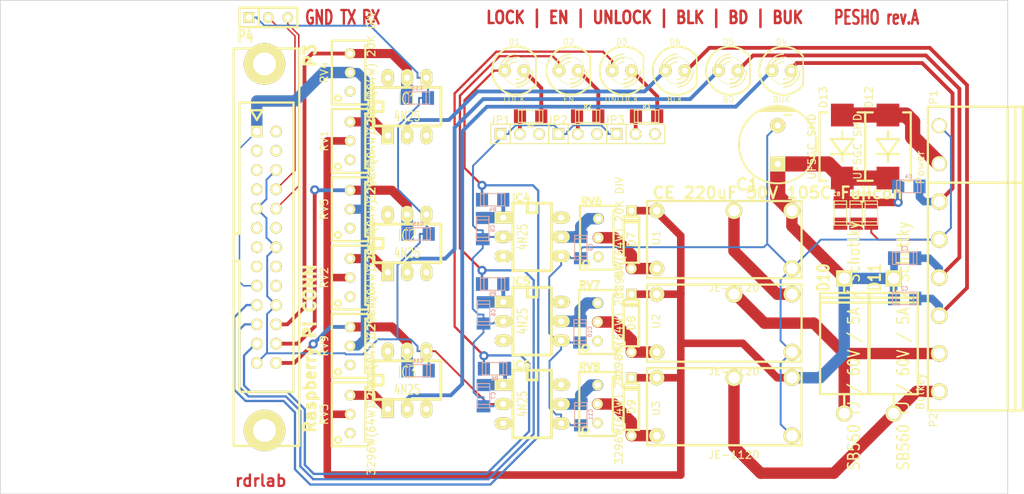
<source format=kicad_pcb>
(kicad_pcb (version 20171130) (host pcbnew "(5.1.12)-1")

  (general
    (thickness 1.6)
    (drawings 15)
    (tracks 441)
    (zones 0)
    (modules 60)
    (nets 67)
  )

  (page A4)
  (title_block
    (title Pesho)
    (date "Fri 03 Oct 2014")
    (rev rev.A)
    (company rdrlab)
  )

  (layers
    (0 F.Cu signal)
    (31 B.Cu signal)
    (32 B.Adhes user hide)
    (33 F.Adhes user hide)
    (34 B.Paste user hide)
    (35 F.Paste user hide)
    (36 B.SilkS user hide)
    (37 F.SilkS user hide)
    (38 B.Mask user hide)
    (39 F.Mask user hide)
    (40 Dwgs.User user hide)
    (41 Cmts.User user hide)
    (42 Eco1.User user hide)
    (43 Eco2.User user hide)
    (44 Edge.Cuts user)
    (45 Margin user hide)
    (46 B.CrtYd user hide)
    (47 F.CrtYd user hide)
    (48 B.Fab user hide)
    (49 F.Fab user hide)
  )

  (setup
    (last_trace_width 0.254)
    (user_trace_width 0.2)
    (user_trace_width 0.25)
    (user_trace_width 0.3)
    (user_trace_width 0.5)
    (user_trace_width 0.8)
    (user_trace_width 1)
    (user_trace_width 1.2)
    (user_trace_width 1.5)
    (user_trace_width 2)
    (trace_clearance 0.254)
    (zone_clearance 0.508)
    (zone_45_only no)
    (trace_min 0.2)
    (via_size 0.889)
    (via_drill 0.635)
    (via_min_size 0.889)
    (via_min_drill 0.508)
    (user_via 1.2 0.6)
    (user_via 2 1)
    (user_via 5 3)
    (uvia_size 0.508)
    (uvia_drill 0.127)
    (uvias_allowed no)
    (uvia_min_size 0.508)
    (uvia_min_drill 0.127)
    (edge_width 0.1)
    (segment_width 0.2)
    (pcb_text_width 0.3)
    (pcb_text_size 1.5 1.5)
    (mod_edge_width 0.3)
    (mod_text_size 1 1)
    (mod_text_width 0.15)
    (pad_size 2 2)
    (pad_drill 1)
    (pad_to_mask_clearance 0)
    (aux_axis_origin 72.25 125.75)
    (visible_elements 7FFFFFFF)
    (pcbplotparams
      (layerselection 0x00000_80000000)
      (usegerberextensions false)
      (usegerberattributes true)
      (usegerberadvancedattributes true)
      (creategerberjobfile true)
      (excludeedgelayer false)
      (linewidth 0.100000)
      (plotframeref false)
      (viasonmask false)
      (mode 1)
      (useauxorigin true)
      (hpglpennumber 1)
      (hpglpenspeed 20)
      (hpglpendiameter 15.000000)
      (psnegative false)
      (psa4output false)
      (plotreference true)
      (plotvalue false)
      (plotinvisibletext false)
      (padsonsilk false)
      (subtractmaskfromsilk false)
      (outputformat 1)
      (mirror false)
      (drillshape 0)
      (scaleselection 1)
      (outputdirectory "gerbers/"))
  )

  (net 0 "")
  (net 1 +12V)
  (net 2 GNDA)
  (net 3 /BUK)
  (net 4 /BD)
  (net 5 /BLK)
  (net 6 "Net-(C5-Pad1)")
  (net 7 GND)
  (net 8 "Net-(C6-Pad1)")
  (net 9 "Net-(C7-Pad1)")
  (net 10 "Net-(C9-Pad1)")
  (net 11 "Net-(C10-Pad1)")
  (net 12 "Net-(C11-Pad1)")
  (net 13 /GPIO25)
  (net 14 /GPIO8)
  (net 15 /GPIO7)
  (net 16 /GPIO10)
  (net 17 "Net-(D1-Pad2)")
  (net 18 /GPIO9)
  (net 19 "Net-(D2-Pad2)")
  (net 20 /GPIO11)
  (net 21 "Net-(D3-Pad2)")
  (net 22 "Net-(D4-Pad1)")
  (net 23 "Net-(D5-Pad1)")
  (net 24 "Net-(D6-Pad1)")
  (net 25 /LOCK)
  (net 26 /EN)
  (net 27 /UNLOCK)
  (net 28 /BM-)
  (net 29 /BM+)
  (net 30 "Net-(IC1-Pad1)")
  (net 31 "Net-(IC2-Pad1)")
  (net 32 "Net-(IC3-Pad1)")
  (net 33 "Net-(JP1-Pad2)")
  (net 34 "Net-(JP2-Pad2)")
  (net 35 "Net-(JP3-Pad2)")
  (net 36 +3.3V)
  (net 37 /TX)
  (net 38 /RX)
  (net 39 "Net-(U1-Pad3)")
  (net 40 "Net-(D12-Pad1)")
  (net 41 "Net-(IC1-Pad6)")
  (net 42 "Net-(IC2-Pad6)")
  (net 43 "Net-(IC3-Pad6)")
  (net 44 "Net-(IC4-Pad6)")
  (net 45 "Net-(IC5-Pad6)")
  (net 46 "Net-(IC6-Pad6)")
  (net 47 "Net-(P3-Pad2)")
  (net 48 "Net-(P3-Pad3)")
  (net 49 "Net-(P3-Pad4)")
  (net 50 "Net-(P3-Pad5)")
  (net 51 "Net-(P3-Pad7)")
  (net 52 "Net-(P3-Pad11)")
  (net 53 "Net-(P3-Pad12)")
  (net 54 "Net-(P3-Pad13)")
  (net 55 "Net-(P3-Pad15)")
  (net 56 "Net-(P3-Pad16)")
  (net 57 "Net-(P3-Pad18)")
  (net 58 "Net-(RV1-Pad3)")
  (net 59 "Net-(RV2-Pad3)")
  (net 60 "Net-(RV3-Pad3)")
  (net 61 "Net-(RV4-Pad3)")
  (net 62 "Net-(RV5-Pad3)")
  (net 63 "Net-(RV6-Pad3)")
  (net 64 "Net-(RV7-Pad3)")
  (net 65 "Net-(RV8-Pad3)")
  (net 66 "Net-(RV9-Pad3)")

  (net_class Default "This is the default net class."
    (clearance 0.254)
    (trace_width 0.254)
    (via_dia 0.889)
    (via_drill 0.635)
    (uvia_dia 0.508)
    (uvia_drill 0.127)
    (add_net +12V)
    (add_net +3.3V)
    (add_net /BD)
    (add_net /BLK)
    (add_net /BM+)
    (add_net /BM-)
    (add_net /BUK)
    (add_net /EN)
    (add_net /GPIO10)
    (add_net /GPIO11)
    (add_net /GPIO25)
    (add_net /GPIO7)
    (add_net /GPIO8)
    (add_net /GPIO9)
    (add_net /LOCK)
    (add_net /RX)
    (add_net /TX)
    (add_net /UNLOCK)
    (add_net GND)
    (add_net GNDA)
    (add_net "Net-(C10-Pad1)")
    (add_net "Net-(C11-Pad1)")
    (add_net "Net-(C5-Pad1)")
    (add_net "Net-(C6-Pad1)")
    (add_net "Net-(C7-Pad1)")
    (add_net "Net-(C9-Pad1)")
    (add_net "Net-(D1-Pad2)")
    (add_net "Net-(D12-Pad1)")
    (add_net "Net-(D2-Pad2)")
    (add_net "Net-(D3-Pad2)")
    (add_net "Net-(D4-Pad1)")
    (add_net "Net-(D5-Pad1)")
    (add_net "Net-(D6-Pad1)")
    (add_net "Net-(IC1-Pad1)")
    (add_net "Net-(IC1-Pad6)")
    (add_net "Net-(IC2-Pad1)")
    (add_net "Net-(IC2-Pad6)")
    (add_net "Net-(IC3-Pad1)")
    (add_net "Net-(IC3-Pad6)")
    (add_net "Net-(IC4-Pad6)")
    (add_net "Net-(IC5-Pad6)")
    (add_net "Net-(IC6-Pad6)")
    (add_net "Net-(JP1-Pad2)")
    (add_net "Net-(JP2-Pad2)")
    (add_net "Net-(JP3-Pad2)")
    (add_net "Net-(P3-Pad11)")
    (add_net "Net-(P3-Pad12)")
    (add_net "Net-(P3-Pad13)")
    (add_net "Net-(P3-Pad15)")
    (add_net "Net-(P3-Pad16)")
    (add_net "Net-(P3-Pad18)")
    (add_net "Net-(P3-Pad2)")
    (add_net "Net-(P3-Pad3)")
    (add_net "Net-(P3-Pad4)")
    (add_net "Net-(P3-Pad5)")
    (add_net "Net-(P3-Pad7)")
    (add_net "Net-(RV1-Pad3)")
    (add_net "Net-(RV2-Pad3)")
    (add_net "Net-(RV3-Pad3)")
    (add_net "Net-(RV4-Pad3)")
    (add_net "Net-(RV5-Pad3)")
    (add_net "Net-(RV6-Pad3)")
    (add_net "Net-(RV7-Pad3)")
    (add_net "Net-(RV8-Pad3)")
    (add_net "Net-(RV9-Pad3)")
    (add_net "Net-(U1-Pad3)")
  )

  (module capacitors:CP_10x13mm (layer F.Cu) (tedit 54324A61) (tstamp 54181CD9)
    (at 174.5 79.75)
    (descr "Capacitor, pol, cyl 10x13mm")
    (path /5419B6A4)
    (fp_text reference C1 (at -4 5.25) (layer F.SilkS)
      (effects (font (size 1.524 1.524) (thickness 0.3048)))
    )
    (fp_text value "CE 220uF 50V 105C Fujicon" (at 0 6.35) (layer F.SilkS)
      (effects (font (size 1.524 1.524) (thickness 0.3048)))
    )
    (fp_circle (center 0 0) (end 5.08 0.381) (layer F.SilkS) (width 0.254))
    (fp_line (start -2.413 -4.445) (end 2.413 -4.445) (layer F.SilkS) (width 0.254))
    (fp_line (start 1.143 -4.826) (end -1.143 -4.826) (layer F.SilkS) (width 0.254))
    (fp_line (start 2.032 -4.445) (end -2.032 -4.445) (layer F.SilkS) (width 0.254))
    (fp_line (start -2.032 -4.445) (end -1.651 -4.572) (layer F.SilkS) (width 0.254))
    (fp_line (start -1.651 -4.572) (end 1.651 -4.572) (layer F.SilkS) (width 0.254))
    (fp_line (start 1.651 -4.572) (end 2.032 -4.445) (layer F.SilkS) (width 0.254))
    (fp_line (start 0.889 -3.937) (end 1.778 -3.937) (layer F.SilkS) (width 0.254))
    (fp_line (start 1.016 -4.953) (end -1.016 -4.953) (layer F.SilkS) (width 0.254))
    (fp_line (start -1.016 -4.826) (end 1.016 -4.826) (layer F.SilkS) (width 0.254))
    (fp_line (start -1.524 -4.699) (end 1.524 -4.699) (layer F.SilkS) (width 0.254))
    (pad 1 thru_hole rect (at 0 2.54) (size 1.99898 1.99898) (drill 0.8) (layers *.Cu *.Mask F.SilkS)
      (net 1 +12V))
    (pad 2 thru_hole circle (at 0 -2.54) (size 1.99898 1.99898) (drill 0.8) (layers *.Cu *.Mask F.SilkS)
      (net 2 GNDA))
    (model discret/capacitor/cp_10x13mm.wrl
      (at (xyz 0 0 0))
      (scale (xyz 1 1 1))
      (rotate (xyz 0 0 0))
    )
  )

  (module smd_capacitors:c_1206 (layer B.Cu) (tedit 490473F0) (tstamp 54181CDF)
    (at 191.2 100 180)
    (descr "SMT capacitor, 1206")
    (path /541A1BE7)
    (fp_text reference C2 (at 0.0254 1.2954 180) (layer B.SilkS)
      (effects (font (size 0.50038 0.50038) (thickness 0.11938)) (justify mirror))
    )
    (fp_text value 10nF (at 0 -1.27 180) (layer B.SilkS) hide
      (effects (font (size 0.50038 0.50038) (thickness 0.11938)) (justify mirror))
    )
    (fp_line (start 1.143 -0.8128) (end 1.143 0.8128) (layer B.SilkS) (width 0.127))
    (fp_line (start -1.143 0.8128) (end -1.143 -0.8128) (layer B.SilkS) (width 0.127))
    (fp_line (start -1.6002 0.8128) (end -1.6002 -0.8128) (layer B.SilkS) (width 0.127))
    (fp_line (start -1.6002 -0.8128) (end 1.6002 -0.8128) (layer B.SilkS) (width 0.127))
    (fp_line (start 1.6002 -0.8128) (end 1.6002 0.8128) (layer B.SilkS) (width 0.127))
    (fp_line (start 1.6002 0.8128) (end -1.6002 0.8128) (layer B.SilkS) (width 0.127))
    (pad 1 smd rect (at 1.397 0 180) (size 1.6002 1.8034) (layers B.Cu B.Paste B.Mask)
      (net 1 +12V))
    (pad 2 smd rect (at -1.397 0 180) (size 1.6002 1.8034) (layers B.Cu B.Paste B.Mask)
      (net 5 /BLK))
    (model smd/capacitors/c_1206.wrl
      (at (xyz 0 0 0))
      (scale (xyz 1 1 1))
      (rotate (xyz 0 0 0))
    )
  )

  (module smd_capacitors:c_1206 (layer B.Cu) (tedit 490473F0) (tstamp 54181CE5)
    (at 191.2 94.7 180)
    (descr "SMT capacitor, 1206")
    (path /541A1DC0)
    (fp_text reference C3 (at 0.0254 1.2954 180) (layer B.SilkS)
      (effects (font (size 0.50038 0.50038) (thickness 0.11938)) (justify mirror))
    )
    (fp_text value 10nF (at 0 -1.27 180) (layer B.SilkS) hide
      (effects (font (size 0.50038 0.50038) (thickness 0.11938)) (justify mirror))
    )
    (fp_line (start 1.143 -0.8128) (end 1.143 0.8128) (layer B.SilkS) (width 0.127))
    (fp_line (start -1.143 0.8128) (end -1.143 -0.8128) (layer B.SilkS) (width 0.127))
    (fp_line (start -1.6002 0.8128) (end -1.6002 -0.8128) (layer B.SilkS) (width 0.127))
    (fp_line (start -1.6002 -0.8128) (end 1.6002 -0.8128) (layer B.SilkS) (width 0.127))
    (fp_line (start 1.6002 -0.8128) (end 1.6002 0.8128) (layer B.SilkS) (width 0.127))
    (fp_line (start 1.6002 0.8128) (end -1.6002 0.8128) (layer B.SilkS) (width 0.127))
    (pad 1 smd rect (at 1.397 0 180) (size 1.6002 1.8034) (layers B.Cu B.Paste B.Mask)
      (net 1 +12V))
    (pad 2 smd rect (at -1.397 0 180) (size 1.6002 1.8034) (layers B.Cu B.Paste B.Mask)
      (net 4 /BD))
    (model smd/capacitors/c_1206.wrl
      (at (xyz 0 0 0))
      (scale (xyz 1 1 1))
      (rotate (xyz 0 0 0))
    )
  )

  (module smd_capacitors:c_1206 (layer B.Cu) (tedit 490473F0) (tstamp 54181CEB)
    (at 191.75 85.25 180)
    (descr "SMT capacitor, 1206")
    (path /541A1E22)
    (fp_text reference C4 (at 0.0254 1.2954 180) (layer B.SilkS)
      (effects (font (size 0.50038 0.50038) (thickness 0.11938)) (justify mirror))
    )
    (fp_text value 10nF (at 0 -1.27 180) (layer B.SilkS) hide
      (effects (font (size 0.50038 0.50038) (thickness 0.11938)) (justify mirror))
    )
    (fp_line (start 1.143 -0.8128) (end 1.143 0.8128) (layer B.SilkS) (width 0.127))
    (fp_line (start -1.143 0.8128) (end -1.143 -0.8128) (layer B.SilkS) (width 0.127))
    (fp_line (start -1.6002 0.8128) (end -1.6002 -0.8128) (layer B.SilkS) (width 0.127))
    (fp_line (start -1.6002 -0.8128) (end 1.6002 -0.8128) (layer B.SilkS) (width 0.127))
    (fp_line (start 1.6002 -0.8128) (end 1.6002 0.8128) (layer B.SilkS) (width 0.127))
    (fp_line (start 1.6002 0.8128) (end -1.6002 0.8128) (layer B.SilkS) (width 0.127))
    (pad 1 smd rect (at 1.397 0 180) (size 1.6002 1.8034) (layers B.Cu B.Paste B.Mask)
      (net 1 +12V))
    (pad 2 smd rect (at -1.397 0 180) (size 1.6002 1.8034) (layers B.Cu B.Paste B.Mask)
      (net 3 /BUK))
    (model smd/capacitors/c_1206.wrl
      (at (xyz 0 0 0))
      (scale (xyz 1 1 1))
      (rotate (xyz 0 0 0))
    )
  )

  (module smd_capacitors:c_1206 (layer B.Cu) (tedit 490473F0) (tstamp 54181CF1)
    (at 135.7 90.8 90)
    (descr "SMT capacitor, 1206")
    (path /54171925)
    (fp_text reference C5 (at 0.0254 1.2954 90) (layer B.SilkS)
      (effects (font (size 0.50038 0.50038) (thickness 0.11938)) (justify mirror))
    )
    (fp_text value 10nF (at 0 -1.27 90) (layer B.SilkS) hide
      (effects (font (size 0.50038 0.50038) (thickness 0.11938)) (justify mirror))
    )
    (fp_line (start 1.143 -0.8128) (end 1.143 0.8128) (layer B.SilkS) (width 0.127))
    (fp_line (start -1.143 0.8128) (end -1.143 -0.8128) (layer B.SilkS) (width 0.127))
    (fp_line (start -1.6002 0.8128) (end -1.6002 -0.8128) (layer B.SilkS) (width 0.127))
    (fp_line (start -1.6002 -0.8128) (end 1.6002 -0.8128) (layer B.SilkS) (width 0.127))
    (fp_line (start 1.6002 -0.8128) (end 1.6002 0.8128) (layer B.SilkS) (width 0.127))
    (fp_line (start 1.6002 0.8128) (end -1.6002 0.8128) (layer B.SilkS) (width 0.127))
    (pad 1 smd rect (at 1.397 0 90) (size 1.6002 1.8034) (layers B.Cu B.Paste B.Mask)
      (net 6 "Net-(C5-Pad1)"))
    (pad 2 smd rect (at -1.397 0 90) (size 1.6002 1.8034) (layers B.Cu B.Paste B.Mask)
      (net 7 GND))
    (model smd/capacitors/c_1206.wrl
      (at (xyz 0 0 0))
      (scale (xyz 1 1 1))
      (rotate (xyz 0 0 0))
    )
  )

  (module smd_capacitors:c_1206 (layer B.Cu) (tedit 490473F0) (tstamp 54181CF7)
    (at 135.8 101.9 90)
    (descr "SMT capacitor, 1206")
    (path /5417198B)
    (fp_text reference C6 (at 0.0254 1.2954 90) (layer B.SilkS)
      (effects (font (size 0.50038 0.50038) (thickness 0.11938)) (justify mirror))
    )
    (fp_text value 10nF (at 0 -1.27 90) (layer B.SilkS) hide
      (effects (font (size 0.50038 0.50038) (thickness 0.11938)) (justify mirror))
    )
    (fp_line (start 1.143 -0.8128) (end 1.143 0.8128) (layer B.SilkS) (width 0.127))
    (fp_line (start -1.143 0.8128) (end -1.143 -0.8128) (layer B.SilkS) (width 0.127))
    (fp_line (start -1.6002 0.8128) (end -1.6002 -0.8128) (layer B.SilkS) (width 0.127))
    (fp_line (start -1.6002 -0.8128) (end 1.6002 -0.8128) (layer B.SilkS) (width 0.127))
    (fp_line (start 1.6002 -0.8128) (end 1.6002 0.8128) (layer B.SilkS) (width 0.127))
    (fp_line (start 1.6002 0.8128) (end -1.6002 0.8128) (layer B.SilkS) (width 0.127))
    (pad 1 smd rect (at 1.397 0 90) (size 1.6002 1.8034) (layers B.Cu B.Paste B.Mask)
      (net 8 "Net-(C6-Pad1)"))
    (pad 2 smd rect (at -1.397 0 90) (size 1.6002 1.8034) (layers B.Cu B.Paste B.Mask)
      (net 7 GND))
    (model smd/capacitors/c_1206.wrl
      (at (xyz 0 0 0))
      (scale (xyz 1 1 1))
      (rotate (xyz 0 0 0))
    )
  )

  (module smd_capacitors:c_1206 (layer B.Cu) (tedit 490473F0) (tstamp 54181CFD)
    (at 135.8 112.8 90)
    (descr "SMT capacitor, 1206")
    (path /541719E4)
    (fp_text reference C7 (at 0.0254 1.2954 90) (layer B.SilkS)
      (effects (font (size 0.50038 0.50038) (thickness 0.11938)) (justify mirror))
    )
    (fp_text value 10nF (at 0 -1.27 90) (layer B.SilkS) hide
      (effects (font (size 0.50038 0.50038) (thickness 0.11938)) (justify mirror))
    )
    (fp_line (start 1.143 -0.8128) (end 1.143 0.8128) (layer B.SilkS) (width 0.127))
    (fp_line (start -1.143 0.8128) (end -1.143 -0.8128) (layer B.SilkS) (width 0.127))
    (fp_line (start -1.6002 0.8128) (end -1.6002 -0.8128) (layer B.SilkS) (width 0.127))
    (fp_line (start -1.6002 -0.8128) (end 1.6002 -0.8128) (layer B.SilkS) (width 0.127))
    (fp_line (start 1.6002 -0.8128) (end 1.6002 0.8128) (layer B.SilkS) (width 0.127))
    (fp_line (start 1.6002 0.8128) (end -1.6002 0.8128) (layer B.SilkS) (width 0.127))
    (pad 1 smd rect (at 1.397 0 90) (size 1.6002 1.8034) (layers B.Cu B.Paste B.Mask)
      (net 9 "Net-(C7-Pad1)"))
    (pad 2 smd rect (at -1.397 0 90) (size 1.6002 1.8034) (layers B.Cu B.Paste B.Mask)
      (net 7 GND))
    (model smd/capacitors/c_1206.wrl
      (at (xyz 0 0 0))
      (scale (xyz 1 1 1))
      (rotate (xyz 0 0 0))
    )
  )

  (module smd_capacitors:c_1206 (layer F.Cu) (tedit 54324177) (tstamp 5418AA36)
    (at 182.75 88.75 90)
    (descr "SMT capacitor, 1206")
    (path /54174F14)
    (fp_text reference C8 (at 2.5 -0.5) (layer F.SilkS)
      (effects (font (size 0.50038 0.50038) (thickness 0.11938)))
    )
    (fp_text value 10uF (at 0 1.27 90) (layer F.SilkS) hide
      (effects (font (size 0.50038 0.50038) (thickness 0.11938)))
    )
    (fp_line (start 1.143 0.8128) (end 1.143 -0.8128) (layer F.SilkS) (width 0.127))
    (fp_line (start -1.143 -0.8128) (end -1.143 0.8128) (layer F.SilkS) (width 0.127))
    (fp_line (start -1.6002 -0.8128) (end -1.6002 0.8128) (layer F.SilkS) (width 0.127))
    (fp_line (start -1.6002 0.8128) (end 1.6002 0.8128) (layer F.SilkS) (width 0.127))
    (fp_line (start 1.6002 0.8128) (end 1.6002 -0.8128) (layer F.SilkS) (width 0.127))
    (fp_line (start 1.6002 -0.8128) (end -1.6002 -0.8128) (layer F.SilkS) (width 0.127))
    (pad 1 smd rect (at 1.397 0 90) (size 1.6002 1.8034) (layers F.Cu F.Paste F.Mask)
      (net 1 +12V))
    (pad 2 smd rect (at -1.397 0 90) (size 1.6002 1.8034) (layers F.Cu F.Paste F.Mask)
      (net 2 GNDA))
    (model smd/capacitors/c_1206.wrl
      (at (xyz 0 0 0))
      (scale (xyz 1 1 1))
      (rotate (xyz 0 0 0))
    )
  )

  (module smd_capacitors:c_1206 (layer B.Cu) (tedit 490473F0) (tstamp 54181D09)
    (at 148.6 93.3 90)
    (descr "SMT capacitor, 1206")
    (path /54170A8D)
    (fp_text reference C9 (at 0.0254 1.2954 90) (layer B.SilkS)
      (effects (font (size 0.50038 0.50038) (thickness 0.11938)) (justify mirror))
    )
    (fp_text value 10nF (at 0 -1.27 90) (layer B.SilkS) hide
      (effects (font (size 0.50038 0.50038) (thickness 0.11938)) (justify mirror))
    )
    (fp_line (start 1.143 -0.8128) (end 1.143 0.8128) (layer B.SilkS) (width 0.127))
    (fp_line (start -1.143 0.8128) (end -1.143 -0.8128) (layer B.SilkS) (width 0.127))
    (fp_line (start -1.6002 0.8128) (end -1.6002 -0.8128) (layer B.SilkS) (width 0.127))
    (fp_line (start -1.6002 -0.8128) (end 1.6002 -0.8128) (layer B.SilkS) (width 0.127))
    (fp_line (start 1.6002 -0.8128) (end 1.6002 0.8128) (layer B.SilkS) (width 0.127))
    (fp_line (start 1.6002 0.8128) (end -1.6002 0.8128) (layer B.SilkS) (width 0.127))
    (pad 1 smd rect (at 1.397 0 90) (size 1.6002 1.8034) (layers B.Cu B.Paste B.Mask)
      (net 10 "Net-(C9-Pad1)"))
    (pad 2 smd rect (at -1.397 0 90) (size 1.6002 1.8034) (layers B.Cu B.Paste B.Mask)
      (net 2 GNDA))
    (model smd/capacitors/c_1206.wrl
      (at (xyz 0 0 0))
      (scale (xyz 1 1 1))
      (rotate (xyz 0 0 0))
    )
  )

  (module smd_capacitors:c_1206 (layer B.Cu) (tedit 490473F0) (tstamp 54181D0F)
    (at 148.5 104.4 90)
    (descr "SMT capacitor, 1206")
    (path /54170B21)
    (fp_text reference C10 (at 0.0254 1.2954 90) (layer B.SilkS)
      (effects (font (size 0.50038 0.50038) (thickness 0.11938)) (justify mirror))
    )
    (fp_text value 10nF (at 0 -1.27 90) (layer B.SilkS) hide
      (effects (font (size 0.50038 0.50038) (thickness 0.11938)) (justify mirror))
    )
    (fp_line (start 1.143 -0.8128) (end 1.143 0.8128) (layer B.SilkS) (width 0.127))
    (fp_line (start -1.143 0.8128) (end -1.143 -0.8128) (layer B.SilkS) (width 0.127))
    (fp_line (start -1.6002 0.8128) (end -1.6002 -0.8128) (layer B.SilkS) (width 0.127))
    (fp_line (start -1.6002 -0.8128) (end 1.6002 -0.8128) (layer B.SilkS) (width 0.127))
    (fp_line (start 1.6002 -0.8128) (end 1.6002 0.8128) (layer B.SilkS) (width 0.127))
    (fp_line (start 1.6002 0.8128) (end -1.6002 0.8128) (layer B.SilkS) (width 0.127))
    (pad 1 smd rect (at 1.397 0 90) (size 1.6002 1.8034) (layers B.Cu B.Paste B.Mask)
      (net 11 "Net-(C10-Pad1)"))
    (pad 2 smd rect (at -1.397 0 90) (size 1.6002 1.8034) (layers B.Cu B.Paste B.Mask)
      (net 2 GNDA))
    (model smd/capacitors/c_1206.wrl
      (at (xyz 0 0 0))
      (scale (xyz 1 1 1))
      (rotate (xyz 0 0 0))
    )
  )

  (module smd_capacitors:c_1206 (layer B.Cu) (tedit 490473F0) (tstamp 54181D15)
    (at 148.6 115.3 90)
    (descr "SMT capacitor, 1206")
    (path /54170B75)
    (fp_text reference C11 (at 0.0254 1.2954 90) (layer B.SilkS)
      (effects (font (size 0.50038 0.50038) (thickness 0.11938)) (justify mirror))
    )
    (fp_text value 10nF (at 0 -1.27 90) (layer B.SilkS) hide
      (effects (font (size 0.50038 0.50038) (thickness 0.11938)) (justify mirror))
    )
    (fp_line (start 1.143 -0.8128) (end 1.143 0.8128) (layer B.SilkS) (width 0.127))
    (fp_line (start -1.143 0.8128) (end -1.143 -0.8128) (layer B.SilkS) (width 0.127))
    (fp_line (start -1.6002 0.8128) (end -1.6002 -0.8128) (layer B.SilkS) (width 0.127))
    (fp_line (start -1.6002 -0.8128) (end 1.6002 -0.8128) (layer B.SilkS) (width 0.127))
    (fp_line (start 1.6002 -0.8128) (end 1.6002 0.8128) (layer B.SilkS) (width 0.127))
    (fp_line (start 1.6002 0.8128) (end -1.6002 0.8128) (layer B.SilkS) (width 0.127))
    (pad 1 smd rect (at 1.397 0 90) (size 1.6002 1.8034) (layers B.Cu B.Paste B.Mask)
      (net 12 "Net-(C11-Pad1)"))
    (pad 2 smd rect (at -1.397 0 90) (size 1.6002 1.8034) (layers B.Cu B.Paste B.Mask)
      (net 2 GNDA))
    (model smd/capacitors/c_1206.wrl
      (at (xyz 0 0 0))
      (scale (xyz 1 1 1))
      (rotate (xyz 0 0 0))
    )
  )

  (module smd_capacitors:c_1206 (layer F.Cu) (tedit 5432416C) (tstamp 5418AA50)
    (at 184.81 88.75 90)
    (descr "SMT capacitor, 1206")
    (path /54174ECE)
    (fp_text reference C12 (at 2.5 -0.06 180) (layer F.SilkS)
      (effects (font (size 0.50038 0.50038) (thickness 0.11938)))
    )
    (fp_text value 100nF (at 0 1.27 90) (layer F.SilkS) hide
      (effects (font (size 0.50038 0.50038) (thickness 0.11938)))
    )
    (fp_line (start 1.143 0.8128) (end 1.143 -0.8128) (layer F.SilkS) (width 0.127))
    (fp_line (start -1.143 -0.8128) (end -1.143 0.8128) (layer F.SilkS) (width 0.127))
    (fp_line (start -1.6002 -0.8128) (end -1.6002 0.8128) (layer F.SilkS) (width 0.127))
    (fp_line (start -1.6002 0.8128) (end 1.6002 0.8128) (layer F.SilkS) (width 0.127))
    (fp_line (start 1.6002 0.8128) (end 1.6002 -0.8128) (layer F.SilkS) (width 0.127))
    (fp_line (start 1.6002 -0.8128) (end -1.6002 -0.8128) (layer F.SilkS) (width 0.127))
    (pad 1 smd rect (at 1.397 0 90) (size 1.6002 1.8034) (layers F.Cu F.Paste F.Mask)
      (net 1 +12V))
    (pad 2 smd rect (at -1.397 0 90) (size 1.6002 1.8034) (layers F.Cu F.Paste F.Mask)
      (net 2 GNDA))
    (model smd/capacitors/c_1206.wrl
      (at (xyz 0 0 0))
      (scale (xyz 1 1 1))
      (rotate (xyz 0 0 0))
    )
  )

  (module smd_capacitors:c_1206 (layer B.Cu) (tedit 490473F0) (tstamp 54181D21)
    (at 127.1 73.6 180)
    (descr "SMT capacitor, 1206")
    (path /541A29E3)
    (fp_text reference C13 (at 0.0254 1.2954 180) (layer B.SilkS)
      (effects (font (size 0.50038 0.50038) (thickness 0.11938)) (justify mirror))
    )
    (fp_text value 10nF (at 0 -1.27 180) (layer B.SilkS) hide
      (effects (font (size 0.50038 0.50038) (thickness 0.11938)) (justify mirror))
    )
    (fp_line (start 1.143 -0.8128) (end 1.143 0.8128) (layer B.SilkS) (width 0.127))
    (fp_line (start -1.143 0.8128) (end -1.143 -0.8128) (layer B.SilkS) (width 0.127))
    (fp_line (start -1.6002 0.8128) (end -1.6002 -0.8128) (layer B.SilkS) (width 0.127))
    (fp_line (start -1.6002 -0.8128) (end 1.6002 -0.8128) (layer B.SilkS) (width 0.127))
    (fp_line (start 1.6002 -0.8128) (end 1.6002 0.8128) (layer B.SilkS) (width 0.127))
    (fp_line (start 1.6002 0.8128) (end -1.6002 0.8128) (layer B.SilkS) (width 0.127))
    (pad 1 smd rect (at 1.397 0 180) (size 1.6002 1.8034) (layers B.Cu B.Paste B.Mask)
      (net 13 /GPIO25))
    (pad 2 smd rect (at -1.397 0 180) (size 1.6002 1.8034) (layers B.Cu B.Paste B.Mask)
      (net 7 GND))
    (model smd/capacitors/c_1206.wrl
      (at (xyz 0 0 0))
      (scale (xyz 1 1 1))
      (rotate (xyz 0 0 0))
    )
  )

  (module smd_capacitors:c_1206 (layer F.Cu) (tedit 5432417D) (tstamp 5418AA1C)
    (at 186.81 88.75 90)
    (descr "SMT capacitor, 1206")
    (path /54174E6B)
    (fp_text reference C14 (at 2.5 -0.06 180) (layer F.SilkS)
      (effects (font (size 0.50038 0.50038) (thickness 0.11938)))
    )
    (fp_text value 100pF (at 0 1.27 90) (layer F.SilkS) hide
      (effects (font (size 0.50038 0.50038) (thickness 0.11938)))
    )
    (fp_line (start 1.143 0.8128) (end 1.143 -0.8128) (layer F.SilkS) (width 0.127))
    (fp_line (start -1.143 -0.8128) (end -1.143 0.8128) (layer F.SilkS) (width 0.127))
    (fp_line (start -1.6002 -0.8128) (end -1.6002 0.8128) (layer F.SilkS) (width 0.127))
    (fp_line (start -1.6002 0.8128) (end 1.6002 0.8128) (layer F.SilkS) (width 0.127))
    (fp_line (start 1.6002 0.8128) (end 1.6002 -0.8128) (layer F.SilkS) (width 0.127))
    (fp_line (start 1.6002 -0.8128) (end -1.6002 -0.8128) (layer F.SilkS) (width 0.127))
    (pad 1 smd rect (at 1.397 0 90) (size 1.6002 1.8034) (layers F.Cu F.Paste F.Mask)
      (net 1 +12V))
    (pad 2 smd rect (at -1.397 0 90) (size 1.6002 1.8034) (layers F.Cu F.Paste F.Mask)
      (net 2 GNDA))
    (model smd/capacitors/c_1206.wrl
      (at (xyz 0 0 0))
      (scale (xyz 1 1 1))
      (rotate (xyz 0 0 0))
    )
  )

  (module smd_capacitors:c_1206 (layer B.Cu) (tedit 490473F0) (tstamp 54181D2D)
    (at 127.2 91.5 180)
    (descr "SMT capacitor, 1206")
    (path /541A2AA1)
    (fp_text reference C15 (at 0.0254 1.2954 180) (layer B.SilkS)
      (effects (font (size 0.50038 0.50038) (thickness 0.11938)) (justify mirror))
    )
    (fp_text value 10nF (at 0 -1.27 180) (layer B.SilkS) hide
      (effects (font (size 0.50038 0.50038) (thickness 0.11938)) (justify mirror))
    )
    (fp_line (start 1.143 -0.8128) (end 1.143 0.8128) (layer B.SilkS) (width 0.127))
    (fp_line (start -1.143 0.8128) (end -1.143 -0.8128) (layer B.SilkS) (width 0.127))
    (fp_line (start -1.6002 0.8128) (end -1.6002 -0.8128) (layer B.SilkS) (width 0.127))
    (fp_line (start -1.6002 -0.8128) (end 1.6002 -0.8128) (layer B.SilkS) (width 0.127))
    (fp_line (start 1.6002 -0.8128) (end 1.6002 0.8128) (layer B.SilkS) (width 0.127))
    (fp_line (start 1.6002 0.8128) (end -1.6002 0.8128) (layer B.SilkS) (width 0.127))
    (pad 1 smd rect (at 1.397 0 180) (size 1.6002 1.8034) (layers B.Cu B.Paste B.Mask)
      (net 14 /GPIO8))
    (pad 2 smd rect (at -1.397 0 180) (size 1.6002 1.8034) (layers B.Cu B.Paste B.Mask)
      (net 7 GND))
    (model smd/capacitors/c_1206.wrl
      (at (xyz 0 0 0))
      (scale (xyz 1 1 1))
      (rotate (xyz 0 0 0))
    )
  )

  (module smd_capacitors:c_1206 (layer B.Cu) (tedit 490473F0) (tstamp 54181D33)
    (at 127.2 109.5 180)
    (descr "SMT capacitor, 1206")
    (path /541A2AF8)
    (fp_text reference C16 (at 0.0254 1.2954 180) (layer B.SilkS)
      (effects (font (size 0.50038 0.50038) (thickness 0.11938)) (justify mirror))
    )
    (fp_text value 10nF (at 0 -1.27 180) (layer B.SilkS) hide
      (effects (font (size 0.50038 0.50038) (thickness 0.11938)) (justify mirror))
    )
    (fp_line (start 1.143 -0.8128) (end 1.143 0.8128) (layer B.SilkS) (width 0.127))
    (fp_line (start -1.143 0.8128) (end -1.143 -0.8128) (layer B.SilkS) (width 0.127))
    (fp_line (start -1.6002 0.8128) (end -1.6002 -0.8128) (layer B.SilkS) (width 0.127))
    (fp_line (start -1.6002 -0.8128) (end 1.6002 -0.8128) (layer B.SilkS) (width 0.127))
    (fp_line (start 1.6002 -0.8128) (end 1.6002 0.8128) (layer B.SilkS) (width 0.127))
    (fp_line (start 1.6002 0.8128) (end -1.6002 0.8128) (layer B.SilkS) (width 0.127))
    (pad 1 smd rect (at 1.397 0 180) (size 1.6002 1.8034) (layers B.Cu B.Paste B.Mask)
      (net 15 /GPIO7))
    (pad 2 smd rect (at -1.397 0 180) (size 1.6002 1.8034) (layers B.Cu B.Paste B.Mask)
      (net 7 GND))
    (model smd/capacitors/c_1206.wrl
      (at (xyz 0 0 0))
      (scale (xyz 1 1 1))
      (rotate (xyz 0 0 0))
    )
  )

  (module led:LED-5MM (layer F.Cu) (tedit 54324A14) (tstamp 54181D39)
    (at 139.85 70)
    (descr "LED 5mm - Lead pitch 100mil (2,54mm)")
    (tags "LED led 5mm 5MM 100mil 2,54mm")
    (path /5416034F)
    (fp_text reference D1 (at 0 -3.81) (layer F.SilkS)
      (effects (font (size 0.762 0.762) (thickness 0.0889)))
    )
    (fp_text value LOCK (at 0 3.81) (layer F.SilkS)
      (effects (font (size 0.762 0.762) (thickness 0.0889)))
    )
    (fp_line (start 2.8448 1.905) (end 2.8448 -1.905) (layer F.SilkS) (width 0.2032))
    (fp_circle (center 0.254 0) (end -1.016 1.27) (layer F.SilkS) (width 0.0762))
    (fp_arc (start 0.254 0) (end 2.794 1.905) (angle 286.2) (layer F.SilkS) (width 0.254))
    (fp_arc (start 0.254 0) (end -0.889 0) (angle 90) (layer F.SilkS) (width 0.1524))
    (fp_arc (start 0.254 0) (end 1.397 0) (angle 90) (layer F.SilkS) (width 0.1524))
    (fp_arc (start 0.254 0) (end -1.397 0) (angle 90) (layer F.SilkS) (width 0.1524))
    (fp_arc (start 0.254 0) (end 1.905 0) (angle 90) (layer F.SilkS) (width 0.1524))
    (fp_arc (start 0.254 0) (end -1.905 0) (angle 90) (layer F.SilkS) (width 0.1524))
    (fp_arc (start 0.254 0) (end 2.413 0) (angle 90) (layer F.SilkS) (width 0.1524))
    (pad 1 thru_hole circle (at -1.27 0) (size 1.6764 1.6764) (drill 0.8) (layers *.Cu *.Mask F.SilkS)
      (net 16 /GPIO10))
    (pad 2 thru_hole circle (at 1.27 0) (size 1.6764 1.6764) (drill 0.8) (layers *.Cu *.Mask F.SilkS)
      (net 17 "Net-(D1-Pad2)"))
    (model discret/leds/led5_vertical_verde.wrl
      (at (xyz 0 0 0))
      (scale (xyz 1 1 1))
      (rotate (xyz 0 0 0))
    )
  )

  (module led:LED-5MM (layer F.Cu) (tedit 54324A1F) (tstamp 54181D3F)
    (at 147 70)
    (descr "LED 5mm - Lead pitch 100mil (2,54mm)")
    (tags "LED led 5mm 5MM 100mil 2,54mm")
    (path /5416050E)
    (fp_text reference D2 (at 0 -3.81) (layer F.SilkS)
      (effects (font (size 0.762 0.762) (thickness 0.0889)))
    )
    (fp_text value EN (at 0 3.81) (layer F.SilkS)
      (effects (font (size 0.762 0.762) (thickness 0.0889)))
    )
    (fp_line (start 2.8448 1.905) (end 2.8448 -1.905) (layer F.SilkS) (width 0.2032))
    (fp_circle (center 0.254 0) (end -1.016 1.27) (layer F.SilkS) (width 0.0762))
    (fp_arc (start 0.254 0) (end 2.794 1.905) (angle 286.2) (layer F.SilkS) (width 0.254))
    (fp_arc (start 0.254 0) (end -0.889 0) (angle 90) (layer F.SilkS) (width 0.1524))
    (fp_arc (start 0.254 0) (end 1.397 0) (angle 90) (layer F.SilkS) (width 0.1524))
    (fp_arc (start 0.254 0) (end -1.397 0) (angle 90) (layer F.SilkS) (width 0.1524))
    (fp_arc (start 0.254 0) (end 1.905 0) (angle 90) (layer F.SilkS) (width 0.1524))
    (fp_arc (start 0.254 0) (end -1.905 0) (angle 90) (layer F.SilkS) (width 0.1524))
    (fp_arc (start 0.254 0) (end 2.413 0) (angle 90) (layer F.SilkS) (width 0.1524))
    (pad 1 thru_hole circle (at -1.27 0) (size 1.6764 1.6764) (drill 0.8) (layers *.Cu *.Mask F.SilkS)
      (net 18 /GPIO9))
    (pad 2 thru_hole circle (at 1.27 0) (size 1.6764 1.6764) (drill 0.8) (layers *.Cu *.Mask F.SilkS)
      (net 19 "Net-(D2-Pad2)"))
    (model discret/leds/led5_vertical_verde.wrl
      (at (xyz 0 0 0))
      (scale (xyz 1 1 1))
      (rotate (xyz 0 0 0))
    )
  )

  (module led:LED-5MM (layer F.Cu) (tedit 54324A27) (tstamp 54181D45)
    (at 154 70)
    (descr "LED 5mm - Lead pitch 100mil (2,54mm)")
    (tags "LED led 5mm 5MM 100mil 2,54mm")
    (path /54160543)
    (fp_text reference D3 (at 0 -3.81) (layer F.SilkS)
      (effects (font (size 0.762 0.762) (thickness 0.0889)))
    )
    (fp_text value UNLOCK (at 0 3.81) (layer F.SilkS)
      (effects (font (size 0.762 0.762) (thickness 0.0889)))
    )
    (fp_line (start 2.8448 1.905) (end 2.8448 -1.905) (layer F.SilkS) (width 0.2032))
    (fp_circle (center 0.254 0) (end -1.016 1.27) (layer F.SilkS) (width 0.0762))
    (fp_arc (start 0.254 0) (end 2.794 1.905) (angle 286.2) (layer F.SilkS) (width 0.254))
    (fp_arc (start 0.254 0) (end -0.889 0) (angle 90) (layer F.SilkS) (width 0.1524))
    (fp_arc (start 0.254 0) (end 1.397 0) (angle 90) (layer F.SilkS) (width 0.1524))
    (fp_arc (start 0.254 0) (end -1.397 0) (angle 90) (layer F.SilkS) (width 0.1524))
    (fp_arc (start 0.254 0) (end 1.905 0) (angle 90) (layer F.SilkS) (width 0.1524))
    (fp_arc (start 0.254 0) (end -1.905 0) (angle 90) (layer F.SilkS) (width 0.1524))
    (fp_arc (start 0.254 0) (end 2.413 0) (angle 90) (layer F.SilkS) (width 0.1524))
    (pad 1 thru_hole circle (at -1.27 0) (size 1.6764 1.6764) (drill 0.8) (layers *.Cu *.Mask F.SilkS)
      (net 20 /GPIO11))
    (pad 2 thru_hole circle (at 1.27 0) (size 1.6764 1.6764) (drill 0.8) (layers *.Cu *.Mask F.SilkS)
      (net 21 "Net-(D3-Pad2)"))
    (model discret/leds/led5_vertical_verde.wrl
      (at (xyz 0 0 0))
      (scale (xyz 1 1 1))
      (rotate (xyz 0 0 0))
    )
  )

  (module led:LED-5MM (layer F.Cu) (tedit 54324A51) (tstamp 5)
    (at 175 70)
    (descr "LED 5mm - Lead pitch 100mil (2,54mm)")
    (tags "LED led 5mm 5MM 100mil 2,54mm")
    (path /54173C74)
    (fp_text reference D4 (at 0 -3.81) (layer F.SilkS)
      (effects (font (size 0.762 0.762) (thickness 0.0889)))
    )
    (fp_text value BUK (at 0 3.81) (layer F.SilkS)
      (effects (font (size 0.762 0.762) (thickness 0.0889)))
    )
    (fp_line (start 2.8448 1.905) (end 2.8448 -1.905) (layer F.SilkS) (width 0.2032))
    (fp_circle (center 0.254 0) (end -1.016 1.27) (layer F.SilkS) (width 0.0762))
    (fp_arc (start 0.254 0) (end 2.794 1.905) (angle 286.2) (layer F.SilkS) (width 0.254))
    (fp_arc (start 0.254 0) (end -0.889 0) (angle 90) (layer F.SilkS) (width 0.1524))
    (fp_arc (start 0.254 0) (end 1.397 0) (angle 90) (layer F.SilkS) (width 0.1524))
    (fp_arc (start 0.254 0) (end -1.397 0) (angle 90) (layer F.SilkS) (width 0.1524))
    (fp_arc (start 0.254 0) (end 1.905 0) (angle 90) (layer F.SilkS) (width 0.1524))
    (fp_arc (start 0.254 0) (end -1.905 0) (angle 90) (layer F.SilkS) (width 0.1524))
    (fp_arc (start 0.254 0) (end 2.413 0) (angle 90) (layer F.SilkS) (width 0.1524))
    (pad 1 thru_hole circle (at -1.27 0) (size 1.6764 1.6764) (drill 0.8) (layers *.Cu *.Mask F.SilkS)
      (net 22 "Net-(D4-Pad1)"))
    (pad 2 thru_hole circle (at 1.27 0) (size 1.6764 1.6764) (drill 0.8) (layers *.Cu *.Mask F.SilkS)
      (net 3 /BUK))
    (model discret/leds/led5_vertical_verde.wrl
      (at (xyz 0 0 0))
      (scale (xyz 1 1 1))
      (rotate (xyz 0 0 0))
    )
  )

  (module led:LED-5MM (layer F.Cu) (tedit 54324A47) (tstamp 54181D51)
    (at 168 70)
    (descr "LED 5mm - Lead pitch 100mil (2,54mm)")
    (tags "LED led 5mm 5MM 100mil 2,54mm")
    (path /54173BDE)
    (fp_text reference D5 (at 0 -3.81) (layer F.SilkS)
      (effects (font (size 0.762 0.762) (thickness 0.0889)))
    )
    (fp_text value BD (at 0 3.81) (layer F.SilkS)
      (effects (font (size 0.762 0.762) (thickness 0.0889)))
    )
    (fp_line (start 2.8448 1.905) (end 2.8448 -1.905) (layer F.SilkS) (width 0.2032))
    (fp_circle (center 0.254 0) (end -1.016 1.27) (layer F.SilkS) (width 0.0762))
    (fp_arc (start 0.254 0) (end 2.794 1.905) (angle 286.2) (layer F.SilkS) (width 0.254))
    (fp_arc (start 0.254 0) (end -0.889 0) (angle 90) (layer F.SilkS) (width 0.1524))
    (fp_arc (start 0.254 0) (end 1.397 0) (angle 90) (layer F.SilkS) (width 0.1524))
    (fp_arc (start 0.254 0) (end -1.397 0) (angle 90) (layer F.SilkS) (width 0.1524))
    (fp_arc (start 0.254 0) (end 1.905 0) (angle 90) (layer F.SilkS) (width 0.1524))
    (fp_arc (start 0.254 0) (end -1.905 0) (angle 90) (layer F.SilkS) (width 0.1524))
    (fp_arc (start 0.254 0) (end 2.413 0) (angle 90) (layer F.SilkS) (width 0.1524))
    (pad 1 thru_hole circle (at -1.27 0) (size 1.6764 1.6764) (drill 0.8) (layers *.Cu *.Mask F.SilkS)
      (net 23 "Net-(D5-Pad1)"))
    (pad 2 thru_hole circle (at 1.27 0) (size 1.6764 1.6764) (drill 0.8) (layers *.Cu *.Mask F.SilkS)
      (net 4 /BD))
    (model discret/leds/led5_vertical_verde.wrl
      (at (xyz 0 0 0))
      (scale (xyz 1 1 1))
      (rotate (xyz 0 0 0))
    )
  )

  (module led:LED-5MM (layer F.Cu) (tedit 54324A37) (tstamp 541842CD)
    (at 161 70)
    (descr "LED 5mm - Lead pitch 100mil (2,54mm)")
    (tags "LED led 5mm 5MM 100mil 2,54mm")
    (path /54173522)
    (fp_text reference D6 (at 0 -3.81) (layer F.SilkS)
      (effects (font (size 0.762 0.762) (thickness 0.0889)))
    )
    (fp_text value BLK (at 0 3.81) (layer F.SilkS)
      (effects (font (size 0.762 0.762) (thickness 0.0889)))
    )
    (fp_line (start 2.8448 1.905) (end 2.8448 -1.905) (layer F.SilkS) (width 0.2032))
    (fp_circle (center 0.254 0) (end -1.016 1.27) (layer F.SilkS) (width 0.0762))
    (fp_arc (start 0.254 0) (end 2.794 1.905) (angle 286.2) (layer F.SilkS) (width 0.254))
    (fp_arc (start 0.254 0) (end -0.889 0) (angle 90) (layer F.SilkS) (width 0.1524))
    (fp_arc (start 0.254 0) (end 1.397 0) (angle 90) (layer F.SilkS) (width 0.1524))
    (fp_arc (start 0.254 0) (end -1.397 0) (angle 90) (layer F.SilkS) (width 0.1524))
    (fp_arc (start 0.254 0) (end 1.905 0) (angle 90) (layer F.SilkS) (width 0.1524))
    (fp_arc (start 0.254 0) (end -1.905 0) (angle 90) (layer F.SilkS) (width 0.1524))
    (fp_arc (start 0.254 0) (end 2.413 0) (angle 90) (layer F.SilkS) (width 0.1524))
    (pad 1 thru_hole circle (at -1.27 0) (size 1.6764 1.6764) (drill 0.8) (layers *.Cu *.Mask F.SilkS)
      (net 24 "Net-(D6-Pad1)"))
    (pad 2 thru_hole circle (at 1.27 0) (size 1.6764 1.6764) (drill 0.8) (layers *.Cu *.Mask F.SilkS)
      (net 5 /BLK))
    (model discret/leds/led5_vertical_verde.wrl
      (at (xyz 0 0 0))
      (scale (xyz 1 1 1))
      (rotate (xyz 0 0 0))
    )
  )

  (module discret:D3 (layer F.Cu) (tedit 54324A6F) (tstamp 54181D5D)
    (at 155.25 92.25 90)
    (descr "Diode 3 pas")
    (tags "DIODE DEV")
    (path /5415F970)
    (fp_text reference D7 (at 0 0 90) (layer F.SilkS)
      (effects (font (size 1.016 1.016) (thickness 0.2032)))
    )
    (fp_text value "SB560 YJ / 60V / 5A / Schottky" (at 0 0 90) (layer F.SilkS) hide
      (effects (font (size 1.016 1.016) (thickness 0.2032)))
    )
    (fp_line (start 3.81 0) (end 3.048 0) (layer F.SilkS) (width 0.3048))
    (fp_line (start 3.048 0) (end 3.048 -1.016) (layer F.SilkS) (width 0.3048))
    (fp_line (start 3.048 -1.016) (end -3.048 -1.016) (layer F.SilkS) (width 0.3048))
    (fp_line (start -3.048 -1.016) (end -3.048 0) (layer F.SilkS) (width 0.3048))
    (fp_line (start -3.048 0) (end -3.81 0) (layer F.SilkS) (width 0.3048))
    (fp_line (start -3.048 0) (end -3.048 1.016) (layer F.SilkS) (width 0.3048))
    (fp_line (start -3.048 1.016) (end 3.048 1.016) (layer F.SilkS) (width 0.3048))
    (fp_line (start 3.048 1.016) (end 3.048 0) (layer F.SilkS) (width 0.3048))
    (fp_line (start 2.54 -1.016) (end 2.54 1.016) (layer F.SilkS) (width 0.3048))
    (fp_line (start 2.286 1.016) (end 2.286 -1.016) (layer F.SilkS) (width 0.3048))
    (pad 2 thru_hole rect (at 3.81 0 90) (size 1.397 1.397) (drill 0.8) (layers *.Cu *.Mask F.SilkS)
      (net 1 +12V))
    (pad 1 thru_hole circle (at -3.81 0 90) (size 1.397 1.397) (drill 0.8) (layers *.Cu *.Mask F.SilkS)
      (net 25 /LOCK))
    (model discret/diode.wrl
      (at (xyz 0 0 0))
      (scale (xyz 0.3 0.3 0.3))
      (rotate (xyz 0 0 0))
    )
  )

  (module discret:D3 (layer F.Cu) (tedit 54324A7A) (tstamp 54181D63)
    (at 155.25 103.25 90)
    (descr "Diode 3 pas")
    (tags "DIODE DEV")
    (path /5415FBDC)
    (fp_text reference D8 (at 0 0 90) (layer F.SilkS)
      (effects (font (size 1.016 1.016) (thickness 0.2032)))
    )
    (fp_text value "SB560 YJ / 60V / 5A / Schottky" (at 0 0 90) (layer F.SilkS) hide
      (effects (font (size 1.016 1.016) (thickness 0.2032)))
    )
    (fp_line (start 3.81 0) (end 3.048 0) (layer F.SilkS) (width 0.3048))
    (fp_line (start 3.048 0) (end 3.048 -1.016) (layer F.SilkS) (width 0.3048))
    (fp_line (start 3.048 -1.016) (end -3.048 -1.016) (layer F.SilkS) (width 0.3048))
    (fp_line (start -3.048 -1.016) (end -3.048 0) (layer F.SilkS) (width 0.3048))
    (fp_line (start -3.048 0) (end -3.81 0) (layer F.SilkS) (width 0.3048))
    (fp_line (start -3.048 0) (end -3.048 1.016) (layer F.SilkS) (width 0.3048))
    (fp_line (start -3.048 1.016) (end 3.048 1.016) (layer F.SilkS) (width 0.3048))
    (fp_line (start 3.048 1.016) (end 3.048 0) (layer F.SilkS) (width 0.3048))
    (fp_line (start 2.54 -1.016) (end 2.54 1.016) (layer F.SilkS) (width 0.3048))
    (fp_line (start 2.286 1.016) (end 2.286 -1.016) (layer F.SilkS) (width 0.3048))
    (pad 2 thru_hole rect (at 3.81 0 90) (size 1.397 1.397) (drill 0.8) (layers *.Cu *.Mask F.SilkS)
      (net 1 +12V))
    (pad 1 thru_hole circle (at -3.81 0 90) (size 1.397 1.397) (drill 0.8) (layers *.Cu *.Mask F.SilkS)
      (net 26 /EN))
    (model discret/diode.wrl
      (at (xyz 0 0 0))
      (scale (xyz 0.3 0.3 0.3))
      (rotate (xyz 0 0 0))
    )
  )

  (module discret:D3 (layer F.Cu) (tedit 54324A86) (tstamp 54181D69)
    (at 155.25 114.25 90)
    (descr "Diode 3 pas")
    (tags "DIODE DEV")
    (path /5415FC05)
    (fp_text reference D9 (at 0 0 90) (layer F.SilkS)
      (effects (font (size 1.016 1.016) (thickness 0.2032)))
    )
    (fp_text value "SB560 YJ / 60V / 5A / Schottky" (at 0 0 90) (layer F.SilkS) hide
      (effects (font (size 1.016 1.016) (thickness 0.2032)))
    )
    (fp_line (start 3.81 0) (end 3.048 0) (layer F.SilkS) (width 0.3048))
    (fp_line (start 3.048 0) (end 3.048 -1.016) (layer F.SilkS) (width 0.3048))
    (fp_line (start 3.048 -1.016) (end -3.048 -1.016) (layer F.SilkS) (width 0.3048))
    (fp_line (start -3.048 -1.016) (end -3.048 0) (layer F.SilkS) (width 0.3048))
    (fp_line (start -3.048 0) (end -3.81 0) (layer F.SilkS) (width 0.3048))
    (fp_line (start -3.048 0) (end -3.048 1.016) (layer F.SilkS) (width 0.3048))
    (fp_line (start -3.048 1.016) (end 3.048 1.016) (layer F.SilkS) (width 0.3048))
    (fp_line (start 3.048 1.016) (end 3.048 0) (layer F.SilkS) (width 0.3048))
    (fp_line (start 2.54 -1.016) (end 2.54 1.016) (layer F.SilkS) (width 0.3048))
    (fp_line (start 2.286 1.016) (end 2.286 -1.016) (layer F.SilkS) (width 0.3048))
    (pad 2 thru_hole rect (at 3.81 0 90) (size 1.397 1.397) (drill 0.8) (layers *.Cu *.Mask F.SilkS)
      (net 1 +12V))
    (pad 1 thru_hole circle (at -3.81 0 90) (size 1.397 1.397) (drill 0.8) (layers *.Cu *.Mask F.SilkS)
      (net 27 /UNLOCK))
    (model discret/diode.wrl
      (at (xyz 0 0 0))
      (scale (xyz 0.3 0.3 0.3))
      (rotate (xyz 0 0 0))
    )
  )

  (module discret:D6.5 (layer F.Cu) (tedit 54324AB1) (tstamp 54181D6F)
    (at 183.25 106.25 90)
    (path /5418241B)
    (fp_text reference D10 (at 9 -2.75 90) (layer F.SilkS)
      (effects (font (size 1.524 1.27) (thickness 0.3)))
    )
    (fp_text value "SB560 YJ / 60V / 5A / Schottky" (at 0 1.27 90) (layer F.SilkS)
      (effects (font (size 1.524 1.27) (thickness 0.2032)))
    )
    (fp_line (start 6.985 3.175) (end -6.35 3.175) (layer F.SilkS) (width 0.3048))
    (fp_line (start -6.35 3.175) (end -6.35 -3.175) (layer F.SilkS) (width 0.3048))
    (fp_line (start -6.35 -3.175) (end 6.985 -3.175) (layer F.SilkS) (width 0.3048))
    (fp_line (start -8.89 0) (end -6.35 0) (layer F.SilkS) (width 0.3048))
    (fp_line (start 6.985 3.175) (end 6.985 -3.175) (layer F.SilkS) (width 0.3048))
    (fp_line (start 6.35 -3.175) (end 6.35 3.175) (layer F.SilkS) (width 0.3048))
    (fp_line (start 5.715 3.175) (end 5.715 -3.175) (layer F.SilkS) (width 0.3048))
    (fp_line (start 6.985 0) (end 8.89 0) (layer F.SilkS) (width 0.3048))
    (pad 1 thru_hole circle (at -8.89 0 90) (size 2.159 2.159) (drill 1.5) (layers *.Cu *.Mask F.SilkS)
      (net 28 /BM-))
    (pad 2 thru_hole rect (at 8.89 0 90) (size 2.159 2.159) (drill 1.5) (layers *.Cu *.Mask F.SilkS)
      (net 1 +12V))
    (model discret/diode.wrl
      (at (xyz 0 0 0))
      (scale (xyz 0.7 0.7 0.7))
      (rotate (xyz 0 0 0))
    )
  )

  (module discret:D6.5 (layer F.Cu) (tedit 54324AC2) (tstamp 54181D75)
    (at 189.75 106.25 90)
    (path /54182764)
    (fp_text reference D11 (at 9 -2.5 90) (layer F.SilkS)
      (effects (font (size 1.524 1.27) (thickness 0.3)))
    )
    (fp_text value "SB560 YJ / 60V / 5A / Schottky" (at 0 1.27 90) (layer F.SilkS)
      (effects (font (size 1.524 1.27) (thickness 0.2032)))
    )
    (fp_line (start 6.985 3.175) (end -6.35 3.175) (layer F.SilkS) (width 0.3048))
    (fp_line (start -6.35 3.175) (end -6.35 -3.175) (layer F.SilkS) (width 0.3048))
    (fp_line (start -6.35 -3.175) (end 6.985 -3.175) (layer F.SilkS) (width 0.3048))
    (fp_line (start -8.89 0) (end -6.35 0) (layer F.SilkS) (width 0.3048))
    (fp_line (start 6.985 3.175) (end 6.985 -3.175) (layer F.SilkS) (width 0.3048))
    (fp_line (start 6.35 -3.175) (end 6.35 3.175) (layer F.SilkS) (width 0.3048))
    (fp_line (start 5.715 3.175) (end 5.715 -3.175) (layer F.SilkS) (width 0.3048))
    (fp_line (start 6.985 0) (end 8.89 0) (layer F.SilkS) (width 0.3048))
    (pad 1 thru_hole circle (at -8.89 0 90) (size 2.159 2.159) (drill 1.5) (layers *.Cu *.Mask F.SilkS)
      (net 29 /BM+))
    (pad 2 thru_hole rect (at 8.89 0 90) (size 2.159 2.159) (drill 1.5) (layers *.Cu *.Mask F.SilkS)
      (net 1 +12V))
    (model discret/diode.wrl
      (at (xyz 0 0 0))
      (scale (xyz 0.7 0.7 0.7))
      (rotate (xyz 0 0 0))
    )
  )

  (module dip_sockets:DIP-6__300_ELL (layer F.Cu) (tedit 54324954) (tstamp 54185C0B)
    (at 125.75 74.75)
    (descr "6 pins DIL package, elliptical pads")
    (tags DIL)
    (path /5415ED8F)
    (fp_text reference IC1 (at 0 -1.016) (layer F.SilkS)
      (effects (font (size 1.524 1.016) (thickness 0.1524)))
    )
    (fp_text value 4N25 (at 0 1.27) (layer F.SilkS)
      (effects (font (size 1.27 0.889) (thickness 0.1524)))
    )
    (fp_line (start -4.445 -2.54) (end 4.445 -2.54) (layer F.SilkS) (width 0.381))
    (fp_line (start 4.445 -2.54) (end 4.445 2.54) (layer F.SilkS) (width 0.381))
    (fp_line (start 4.445 2.54) (end -4.445 2.54) (layer F.SilkS) (width 0.381))
    (fp_line (start -4.445 2.54) (end -4.445 -2.54) (layer F.SilkS) (width 0.381))
    (fp_line (start -4.445 -0.635) (end -3.175 -0.635) (layer F.SilkS) (width 0.381))
    (fp_line (start -3.175 -0.635) (end -3.175 0.635) (layer F.SilkS) (width 0.381))
    (fp_line (start -3.175 0.635) (end -4.445 0.635) (layer F.SilkS) (width 0.381))
    (pad 1 thru_hole rect (at -2.54 3.81) (size 1.5748 2.286) (drill 0.8) (layers *.Cu *.Mask F.SilkS)
      (net 30 "Net-(IC1-Pad1)"))
    (pad 2 thru_hole oval (at 0 3.81) (size 1.5748 2.286) (drill 0.8) (layers *.Cu *.Mask F.SilkS)
      (net 24 "Net-(D6-Pad1)"))
    (pad 3 thru_hole oval (at 2.54 3.81) (size 1.5748 2.286) (drill 0.8) (layers *.Cu *.Mask F.SilkS))
    (pad 4 thru_hole oval (at 2.54 -3.81) (size 1.5748 2.286) (drill 0.8) (layers *.Cu *.Mask F.SilkS)
      (net 7 GND))
    (pad 5 thru_hole oval (at 0 -3.81) (size 1.5748 2.286) (drill 0.8) (layers *.Cu *.Mask F.SilkS)
      (net 13 /GPIO25))
    (pad 6 thru_hole oval (at -2.54 -3.81) (size 1.5748 2.286) (drill 0.8) (layers *.Cu *.Mask F.SilkS)
      (net 41 "Net-(IC1-Pad6)"))
    (model dil/dil_6.wrl
      (at (xyz 0 0 0))
      (scale (xyz 1 1 1))
      (rotate (xyz 0 0 0))
    )
  )

  (module dip_sockets:DIP-6__300_ELL (layer F.Cu) (tedit 5432492E) (tstamp 54185C00)
    (at 125.75 92.75)
    (descr "6 pins DIL package, elliptical pads")
    (tags DIL)
    (path /5415EF0E)
    (fp_text reference IC2 (at 0 -1.016) (layer F.SilkS)
      (effects (font (size 1.524 1.016) (thickness 0.1524)))
    )
    (fp_text value 4N25 (at 0 1.27) (layer F.SilkS)
      (effects (font (size 1.27 0.889) (thickness 0.1524)))
    )
    (fp_line (start -4.445 -2.54) (end 4.445 -2.54) (layer F.SilkS) (width 0.381))
    (fp_line (start 4.445 -2.54) (end 4.445 2.54) (layer F.SilkS) (width 0.381))
    (fp_line (start 4.445 2.54) (end -4.445 2.54) (layer F.SilkS) (width 0.381))
    (fp_line (start -4.445 2.54) (end -4.445 -2.54) (layer F.SilkS) (width 0.381))
    (fp_line (start -4.445 -0.635) (end -3.175 -0.635) (layer F.SilkS) (width 0.381))
    (fp_line (start -3.175 -0.635) (end -3.175 0.635) (layer F.SilkS) (width 0.381))
    (fp_line (start -3.175 0.635) (end -4.445 0.635) (layer F.SilkS) (width 0.381))
    (pad 1 thru_hole rect (at -2.54 3.81) (size 1.5748 2.286) (drill 0.8) (layers *.Cu *.Mask F.SilkS)
      (net 31 "Net-(IC2-Pad1)"))
    (pad 2 thru_hole oval (at 0 3.81) (size 1.5748 2.286) (drill 0.8) (layers *.Cu *.Mask F.SilkS)
      (net 23 "Net-(D5-Pad1)"))
    (pad 3 thru_hole oval (at 2.54 3.81) (size 1.5748 2.286) (drill 0.8) (layers *.Cu *.Mask F.SilkS))
    (pad 4 thru_hole oval (at 2.54 -3.81) (size 1.5748 2.286) (drill 0.8) (layers *.Cu *.Mask F.SilkS)
      (net 7 GND))
    (pad 5 thru_hole oval (at 0 -3.81) (size 1.5748 2.286) (drill 0.8) (layers *.Cu *.Mask F.SilkS)
      (net 14 /GPIO8))
    (pad 6 thru_hole oval (at -2.54 -3.81) (size 1.5748 2.286) (drill 0.8) (layers *.Cu *.Mask F.SilkS)
      (net 42 "Net-(IC2-Pad6)"))
    (model dil/dil_6.wrl
      (at (xyz 0 0 0))
      (scale (xyz 1 1 1))
      (rotate (xyz 0 0 0))
    )
  )

  (module dip_sockets:DIP-6__300_ELL (layer F.Cu) (tedit 5432490D) (tstamp 54185BF5)
    (at 125.75 110.75)
    (descr "6 pins DIL package, elliptical pads")
    (tags DIL)
    (path /5415EF39)
    (fp_text reference IC3 (at 0 -1.016) (layer F.SilkS)
      (effects (font (size 1.524 1.016) (thickness 0.1524)))
    )
    (fp_text value 4N25 (at 0 1.27) (layer F.SilkS)
      (effects (font (size 1.27 0.889) (thickness 0.1524)))
    )
    (fp_line (start -4.445 -2.54) (end 4.445 -2.54) (layer F.SilkS) (width 0.381))
    (fp_line (start 4.445 -2.54) (end 4.445 2.54) (layer F.SilkS) (width 0.381))
    (fp_line (start 4.445 2.54) (end -4.445 2.54) (layer F.SilkS) (width 0.381))
    (fp_line (start -4.445 2.54) (end -4.445 -2.54) (layer F.SilkS) (width 0.381))
    (fp_line (start -4.445 -0.635) (end -3.175 -0.635) (layer F.SilkS) (width 0.381))
    (fp_line (start -3.175 -0.635) (end -3.175 0.635) (layer F.SilkS) (width 0.381))
    (fp_line (start -3.175 0.635) (end -4.445 0.635) (layer F.SilkS) (width 0.381))
    (pad 1 thru_hole rect (at -2.54 3.81) (size 1.5748 2.286) (drill 0.8) (layers *.Cu *.Mask F.SilkS)
      (net 32 "Net-(IC3-Pad1)"))
    (pad 2 thru_hole oval (at 0 3.81) (size 1.5748 2.286) (drill 0.8) (layers *.Cu *.Mask F.SilkS)
      (net 22 "Net-(D4-Pad1)"))
    (pad 3 thru_hole oval (at 2.54 3.81) (size 1.5748 2.286) (drill 0.8) (layers *.Cu *.Mask F.SilkS))
    (pad 4 thru_hole oval (at 2.54 -3.81) (size 1.5748 2.286) (drill 0.8) (layers *.Cu *.Mask F.SilkS)
      (net 7 GND))
    (pad 5 thru_hole oval (at 0 -3.81) (size 1.5748 2.286) (drill 0.8) (layers *.Cu *.Mask F.SilkS)
      (net 15 /GPIO7))
    (pad 6 thru_hole oval (at -2.54 -3.81) (size 1.5748 2.286) (drill 0.8) (layers *.Cu *.Mask F.SilkS)
      (net 43 "Net-(IC3-Pad6)"))
    (model dil/dil_6.wrl
      (at (xyz 0 0 0))
      (scale (xyz 1 1 1))
      (rotate (xyz 0 0 0))
    )
  )

  (module dip_sockets:DIP-6__300_ELL (layer F.Cu) (tedit 5432497B) (tstamp 54181D9D)
    (at 142.2 91.9 270)
    (descr "6 pins DIL package, elliptical pads")
    (tags DIL)
    (path /5415EFF6)
    (fp_text reference IC4 (at -5.15 1.45) (layer F.SilkS)
      (effects (font (size 1 1) (thickness 0.25)))
    )
    (fp_text value 4N25 (at 0 1.27 270) (layer F.SilkS)
      (effects (font (size 1.27 0.889) (thickness 0.1524)))
    )
    (fp_line (start -4.445 -2.54) (end 4.445 -2.54) (layer F.SilkS) (width 0.381))
    (fp_line (start 4.445 -2.54) (end 4.445 2.54) (layer F.SilkS) (width 0.381))
    (fp_line (start 4.445 2.54) (end -4.445 2.54) (layer F.SilkS) (width 0.381))
    (fp_line (start -4.445 2.54) (end -4.445 -2.54) (layer F.SilkS) (width 0.381))
    (fp_line (start -4.445 -0.635) (end -3.175 -0.635) (layer F.SilkS) (width 0.381))
    (fp_line (start -3.175 -0.635) (end -3.175 0.635) (layer F.SilkS) (width 0.381))
    (fp_line (start -3.175 0.635) (end -4.445 0.635) (layer F.SilkS) (width 0.381))
    (pad 1 thru_hole rect (at -2.54 3.81 270) (size 1.5748 2.286) (drill 0.8) (layers *.Cu *.Mask F.SilkS)
      (net 6 "Net-(C5-Pad1)"))
    (pad 2 thru_hole oval (at 0 3.81 270) (size 1.5748 2.286) (drill 0.8) (layers *.Cu *.Mask F.SilkS)
      (net 7 GND))
    (pad 3 thru_hole oval (at 2.54 3.81 270) (size 1.5748 2.286) (drill 0.8) (layers *.Cu *.Mask F.SilkS))
    (pad 4 thru_hole oval (at 2.54 -3.81 270) (size 1.5748 2.286) (drill 0.8) (layers *.Cu *.Mask F.SilkS)
      (net 2 GNDA))
    (pad 5 thru_hole oval (at 0 -3.81 270) (size 1.5748 2.286) (drill 0.8) (layers *.Cu *.Mask F.SilkS)
      (net 10 "Net-(C9-Pad1)"))
    (pad 6 thru_hole oval (at -2.54 -3.81 270) (size 1.5748 2.286) (drill 0.8) (layers *.Cu *.Mask F.SilkS)
      (net 44 "Net-(IC4-Pad6)"))
    (model dil/dil_6.wrl
      (at (xyz 0 0 0))
      (scale (xyz 1 1 1))
      (rotate (xyz 0 0 0))
    )
  )

  (module dip_sockets:DIP-6__300_ELL (layer F.Cu) (tedit 543249A4) (tstamp 54181DA7)
    (at 142.2 103 270)
    (descr "6 pins DIL package, elliptical pads")
    (tags DIL)
    (path /5415EFBE)
    (fp_text reference IC5 (at -5.25 1.45) (layer F.SilkS)
      (effects (font (size 1 1) (thickness 0.25)))
    )
    (fp_text value 4N25 (at 0 1.27 270) (layer F.SilkS)
      (effects (font (size 1.27 0.889) (thickness 0.1524)))
    )
    (fp_line (start -4.445 -2.54) (end 4.445 -2.54) (layer F.SilkS) (width 0.381))
    (fp_line (start 4.445 -2.54) (end 4.445 2.54) (layer F.SilkS) (width 0.381))
    (fp_line (start 4.445 2.54) (end -4.445 2.54) (layer F.SilkS) (width 0.381))
    (fp_line (start -4.445 2.54) (end -4.445 -2.54) (layer F.SilkS) (width 0.381))
    (fp_line (start -4.445 -0.635) (end -3.175 -0.635) (layer F.SilkS) (width 0.381))
    (fp_line (start -3.175 -0.635) (end -3.175 0.635) (layer F.SilkS) (width 0.381))
    (fp_line (start -3.175 0.635) (end -4.445 0.635) (layer F.SilkS) (width 0.381))
    (pad 1 thru_hole rect (at -2.54 3.81 270) (size 1.5748 2.286) (drill 0.8) (layers *.Cu *.Mask F.SilkS)
      (net 8 "Net-(C6-Pad1)"))
    (pad 2 thru_hole oval (at 0 3.81 270) (size 1.5748 2.286) (drill 0.8) (layers *.Cu *.Mask F.SilkS)
      (net 7 GND))
    (pad 3 thru_hole oval (at 2.54 3.81 270) (size 1.5748 2.286) (drill 0.8) (layers *.Cu *.Mask F.SilkS))
    (pad 4 thru_hole oval (at 2.54 -3.81 270) (size 1.5748 2.286) (drill 0.8) (layers *.Cu *.Mask F.SilkS)
      (net 2 GNDA))
    (pad 5 thru_hole oval (at 0 -3.81 270) (size 1.5748 2.286) (drill 0.8) (layers *.Cu *.Mask F.SilkS)
      (net 11 "Net-(C10-Pad1)"))
    (pad 6 thru_hole oval (at -2.54 -3.81 270) (size 1.5748 2.286) (drill 0.8) (layers *.Cu *.Mask F.SilkS)
      (net 45 "Net-(IC5-Pad6)"))
    (model dil/dil_6.wrl
      (at (xyz 0 0 0))
      (scale (xyz 1 1 1))
      (rotate (xyz 0 0 0))
    )
  )

  (module dip_sockets:DIP-6__300_ELL (layer F.Cu) (tedit 543249C1) (tstamp 542C60D1)
    (at 142.2 113.9 270)
    (descr "6 pins DIL package, elliptical pads")
    (tags DIL)
    (path /5415EF86)
    (fp_text reference IC6 (at -5.15 1.45) (layer F.SilkS)
      (effects (font (size 1 1.016) (thickness 0.25)))
    )
    (fp_text value 4N25 (at 0 1.27 270) (layer F.SilkS)
      (effects (font (size 1.27 0.889) (thickness 0.1524)))
    )
    (fp_line (start -4.445 -2.54) (end 4.445 -2.54) (layer F.SilkS) (width 0.381))
    (fp_line (start 4.445 -2.54) (end 4.445 2.54) (layer F.SilkS) (width 0.381))
    (fp_line (start 4.445 2.54) (end -4.445 2.54) (layer F.SilkS) (width 0.381))
    (fp_line (start -4.445 2.54) (end -4.445 -2.54) (layer F.SilkS) (width 0.381))
    (fp_line (start -4.445 -0.635) (end -3.175 -0.635) (layer F.SilkS) (width 0.381))
    (fp_line (start -3.175 -0.635) (end -3.175 0.635) (layer F.SilkS) (width 0.381))
    (fp_line (start -3.175 0.635) (end -4.445 0.635) (layer F.SilkS) (width 0.381))
    (pad 1 thru_hole rect (at -2.54 3.81 270) (size 1.5748 2.286) (drill 0.8) (layers *.Cu *.Mask F.SilkS)
      (net 9 "Net-(C7-Pad1)"))
    (pad 2 thru_hole oval (at 0 3.81 270) (size 1.5748 2.286) (drill 0.8) (layers *.Cu *.Mask F.SilkS)
      (net 7 GND))
    (pad 3 thru_hole oval (at 2.54 3.81 270) (size 1.5748 2.286) (drill 0.8) (layers *.Cu *.Mask F.SilkS))
    (pad 4 thru_hole oval (at 2.54 -3.81 270) (size 1.5748 2.286) (drill 0.8) (layers *.Cu *.Mask F.SilkS)
      (net 2 GNDA))
    (pad 5 thru_hole oval (at 0 -3.81 270) (size 1.5748 2.286) (drill 0.8) (layers *.Cu *.Mask F.SilkS)
      (net 12 "Net-(C11-Pad1)"))
    (pad 6 thru_hole oval (at -2.54 -3.81 270) (size 1.5748 2.286) (drill 0.8) (layers *.Cu *.Mask F.SilkS)
      (net 46 "Net-(IC6-Pad6)"))
    (model dil/dil_6.wrl
      (at (xyz 0 0 0))
      (scale (xyz 1 1 1))
      (rotate (xyz 0 0 0))
    )
  )

  (module pin_array:PIN_ARRAY_3X1 (layer F.Cu) (tedit 543249D7) (tstamp 54207A30)
    (at 140.58 78.34)
    (descr "Connecteur 3 pins")
    (tags "CONN DEV")
    (path /5417A5FC)
    (fp_text reference JP1 (at -2.58 -1.84) (layer F.SilkS)
      (effects (font (size 1.016 1.016) (thickness 0.1524)))
    )
    (fp_text value JUMPER (at 0 -2.159) (layer F.SilkS) hide
      (effects (font (size 1.016 1.016) (thickness 0.1524)))
    )
    (fp_line (start -3.81 1.27) (end -3.81 -1.27) (layer F.SilkS) (width 0.1524))
    (fp_line (start -3.81 -1.27) (end 3.81 -1.27) (layer F.SilkS) (width 0.1524))
    (fp_line (start 3.81 -1.27) (end 3.81 1.27) (layer F.SilkS) (width 0.1524))
    (fp_line (start 3.81 1.27) (end -3.81 1.27) (layer F.SilkS) (width 0.1524))
    (fp_line (start -1.27 -1.27) (end -1.27 1.27) (layer F.SilkS) (width 0.1524))
    (pad 1 thru_hole rect (at -2.54 0) (size 1.524 1.524) (drill 1) (layers *.Cu *.Mask F.SilkS)
      (net 7 GND))
    (pad 2 thru_hole circle (at 0 0) (size 1.524 1.524) (drill 1) (layers *.Cu *.Mask F.SilkS)
      (net 33 "Net-(JP1-Pad2)"))
    (pad 3 thru_hole circle (at 2.54 0) (size 1.524 1.524) (drill 1) (layers *.Cu *.Mask F.SilkS))
    (model pin_array/pins_array_3x1.wrl
      (at (xyz 0 0 0))
      (scale (xyz 1 1 1))
      (rotate (xyz 0 0 0))
    )
  )

  (module pin_array:PIN_ARRAY_3X1 (layer F.Cu) (tedit 7FFFFFFF) (tstamp 54181DBF)
    (at 148.2 78.34)
    (descr "Connecteur 3 pins")
    (tags "CONN DEV")
    (path /5417A5A9)
    (fp_text reference JP2 (at -2.7 -1.84) (layer F.SilkS)
      (effects (font (size 1.016 1.016) (thickness 0.1524)))
    )
    (fp_text value JUMPER (at 0 -2.159) (layer F.SilkS) hide
      (effects (font (size 1.016 1.016) (thickness 0.1524)))
    )
    (fp_line (start -3.81 1.27) (end -3.81 -1.27) (layer F.SilkS) (width 0.1524))
    (fp_line (start -3.81 -1.27) (end 3.81 -1.27) (layer F.SilkS) (width 0.1524))
    (fp_line (start 3.81 -1.27) (end 3.81 1.27) (layer F.SilkS) (width 0.1524))
    (fp_line (start 3.81 1.27) (end -3.81 1.27) (layer F.SilkS) (width 0.1524))
    (fp_line (start -1.27 -1.27) (end -1.27 1.27) (layer F.SilkS) (width 0.1524))
    (pad 1 thru_hole rect (at -2.54 0) (size 1.524 1.524) (drill 1) (layers *.Cu *.Mask F.SilkS)
      (net 7 GND))
    (pad 2 thru_hole circle (at 0 0) (size 1.524 1.524) (drill 1) (layers *.Cu *.Mask F.SilkS)
      (net 34 "Net-(JP2-Pad2)"))
    (pad 3 thru_hole circle (at 2.54 0) (size 1.524 1.524) (drill 1) (layers *.Cu *.Mask F.SilkS))
    (model pin_array/pins_array_3x1.wrl
      (at (xyz 0 0 0))
      (scale (xyz 1 1 1))
      (rotate (xyz 0 0 0))
    )
  )

  (module pin_array:PIN_ARRAY_3X1 (layer F.Cu) (tedit 54324A00) (tstamp 54181DC6)
    (at 155.82 78.34)
    (descr "Connecteur 3 pins")
    (tags "CONN DEV")
    (path /541762B3)
    (fp_text reference JP3 (at -2.82 -1.84) (layer F.SilkS)
      (effects (font (size 1.016 1.016) (thickness 0.1524)))
    )
    (fp_text value JUMPER (at 0 -2.159) (layer F.SilkS) hide
      (effects (font (size 1.016 1.016) (thickness 0.1524)))
    )
    (fp_line (start -3.81 1.27) (end -3.81 -1.27) (layer F.SilkS) (width 0.1524))
    (fp_line (start -3.81 -1.27) (end 3.81 -1.27) (layer F.SilkS) (width 0.1524))
    (fp_line (start 3.81 -1.27) (end 3.81 1.27) (layer F.SilkS) (width 0.1524))
    (fp_line (start 3.81 1.27) (end -3.81 1.27) (layer F.SilkS) (width 0.1524))
    (fp_line (start -1.27 -1.27) (end -1.27 1.27) (layer F.SilkS) (width 0.1524))
    (pad 1 thru_hole rect (at -2.54 0) (size 1.524 1.524) (drill 1) (layers *.Cu *.Mask F.SilkS)
      (net 7 GND))
    (pad 2 thru_hole circle (at 0 0) (size 1.524 1.524) (drill 1) (layers *.Cu *.Mask F.SilkS)
      (net 35 "Net-(JP3-Pad2)"))
    (pad 3 thru_hole circle (at 2.54 0) (size 1.524 1.524) (drill 1) (layers *.Cu *.Mask F.SilkS))
    (model pin_array/pins_array_3x1.wrl
      (at (xyz 0 0 0))
      (scale (xyz 1 1 1))
      (rotate (xyz 0 0 0))
    )
  )

  (module pesho:HD-515R-2P (layer F.Cu) (tedit 54324ED5) (tstamp 54181DD5)
    (at 195.75 79.75 90)
    (descr http://store.comet.bg/Catalogue/Product/2629/)
    (tags "connector, 2p, right angle, 10A")
    (path /5416D0B3)
    (fp_text reference P1 (at 6.25 -0.75 90) (layer F.SilkS)
      (effects (font (size 1 1) (thickness 0.15)))
    )
    (fp_text value Power (at -3 -2.5 90) (layer F.SilkS)
      (effects (font (size 1 1) (thickness 0.15)))
    )
    (fp_line (start -5 9) (end 5 9) (layer F.SilkS) (width 0.3))
    (fp_line (start -5 10) (end 5 10) (layer F.SilkS) (width 0.3))
    (fp_line (start 5 -1.5) (end 5 11) (layer F.SilkS) (width 0.3))
    (fp_line (start 5 11) (end -5 11) (layer F.SilkS) (width 0.3))
    (fp_line (start -5 11) (end -5 0) (layer F.SilkS) (width 0.3))
    (fp_line (start 0 -1.5) (end -5 -1.5) (layer F.SilkS) (width 0.3))
    (fp_line (start -5 -1.5) (end -5 0) (layer F.SilkS) (width 0.3))
    (fp_line (start 2.5 -1.5) (end 5 -1.5) (layer F.SilkS) (width 0.3))
    (fp_line (start 0 -1.5) (end 2.5 -1.5) (layer F.SilkS) (width 0.3))
    (pad 1 thru_hole circle (at -2.5 0 90) (size 2 2) (drill 1.5) (layers *.Cu *.Mask F.SilkS)
      (net 40 "Net-(D12-Pad1)"))
    (pad 2 thru_hole circle (at 2.5 0 90) (size 2 2) (drill 1.5) (layers *.Cu *.Mask F.SilkS)
      (net 2 GNDA))
  )

  (module pesho:HD-515R-6P (layer F.Cu) (tedit 54324F60) (tstamp 54181DE8)
    (at 195.75 99.75 90)
    (descr http://store.comet.bg/Catalogue/Product/2633/)
    (tags "connector, right angle, 10A, 6p")
    (path /54161DCC)
    (fp_text reference P2 (at -16.25 -0.75 90) (layer F.SilkS)
      (effects (font (size 1 1) (thickness 0.15)))
    )
    (fp_text value Bulkey (at -12.5 -2.5 90) (layer F.SilkS)
      (effects (font (size 1 1) (thickness 0.15)))
    )
    (fp_line (start -15 9) (end 15 9) (layer F.SilkS) (width 0.3))
    (fp_line (start -15 10) (end 15 10) (layer F.SilkS) (width 0.3))
    (fp_line (start -15 11) (end 15 11) (layer F.SilkS) (width 0.3))
    (fp_line (start -12.5 -1.5) (end -15 -1.5) (layer F.SilkS) (width 0.3))
    (fp_line (start -15 -1.5) (end -15 11) (layer F.SilkS) (width 0.3))
    (fp_line (start 12.5 -1.5) (end 15 -1.5) (layer F.SilkS) (width 0.3))
    (fp_line (start 15 -1.5) (end 15 11) (layer F.SilkS) (width 0.3))
    (fp_line (start 0 -1.5) (end -12.5 -1.5) (layer F.SilkS) (width 0.3))
    (fp_line (start 0 -1.5) (end 12.5 -1.5) (layer F.SilkS) (width 0.3))
    (pad 1 thru_hole circle (at -12.5 0 90) (size 2.2 2.2) (drill 1.5) (layers *.Cu *.Mask F.SilkS)
      (net 29 /BM+))
    (pad 2 thru_hole circle (at -7.5 0 90) (size 2.2 2.2) (drill 1.5) (layers *.Cu *.Mask F.SilkS)
      (net 28 /BM-))
    (pad 3 thru_hole circle (at -2.5 0 90) (size 2.2 2.2) (drill 1.5) (layers *.Cu *.Mask F.SilkS)
      (net 5 /BLK))
    (pad 4 thru_hole circle (at 2.5 0 90) (size 2.2 2.2) (drill 1.5) (layers *.Cu *.Mask F.SilkS)
      (net 4 /BD))
    (pad 5 thru_hole circle (at 7.5 0 90) (size 2.2 2.2) (drill 1.5) (layers *.Cu *.Mask F.SilkS)
      (net 2 GNDA))
    (pad 6 thru_hole circle (at 12.5 0 90) (size 2.2 2.2) (drill 1.5) (layers *.Cu *.Mask F.SilkS)
      (net 3 /BUK))
  )

  (module connect:HE10_26D (layer F.Cu) (tedit 5432480C) (tstamp 7FFFFFFF)
    (at 107.25 93.25 270)
    (descr "Connecteur HE10 26 contacts droit")
    (tags "CONN HE10")
    (path /5416E298)
    (fp_text reference P3 (at -25.25 -5.75 270) (layer F.SilkS)
      (effects (font (size 1.524 1.524) (thickness 0.381)))
    )
    (fp_text value "Raspberry Pi CONN" (at 13.335 -5.715 270) (layer F.SilkS)
      (effects (font (size 1.524 1.524) (thickness 0.381)))
    )
    (fp_line (start -16.764 1.27) (end -18.034 0.508) (layer F.SilkS) (width 0.3048))
    (fp_line (start -18.034 0.508) (end -18.034 2.032) (layer F.SilkS) (width 0.3048))
    (fp_line (start -18.034 2.032) (end -16.764 1.27) (layer F.SilkS) (width 0.3048))
    (fp_line (start -26.162 -4.318) (end -26.162 4.318) (layer F.SilkS) (width 0.3048))
    (fp_line (start -26.162 4.318) (end 26.162 4.318) (layer F.SilkS) (width 0.3048))
    (fp_line (start 26.162 4.318) (end 26.162 -4.318) (layer F.SilkS) (width 0.3048))
    (fp_line (start 26.162 -4.318) (end -26.162 -4.318) (layer F.SilkS) (width 0.3048))
    (fp_line (start -1.778 4.318) (end -1.778 3.556) (layer F.SilkS) (width 0.3048))
    (fp_line (start -1.778 3.556) (end -19.05 3.556) (layer F.SilkS) (width 0.3048))
    (fp_line (start -19.05 3.556) (end -19.05 -3.556) (layer F.SilkS) (width 0.3048))
    (fp_line (start -19.05 -3.556) (end 19.05 -3.556) (layer F.SilkS) (width 0.3048))
    (fp_line (start 19.05 -3.556) (end 19.05 3.556) (layer F.SilkS) (width 0.3048))
    (fp_line (start 19.05 3.556) (end 1.778 3.556) (layer F.SilkS) (width 0.3048))
    (fp_line (start 1.778 3.556) (end 1.778 4.318) (layer F.SilkS) (width 0.3048))
    (pad 1 thru_hole rect (at -15.24 1.27 270) (size 1.524 1.524) (drill 1) (layers *.Cu *.Mask F.SilkS)
      (net 36 +3.3V))
    (pad 2 thru_hole circle (at -15.24 -1.27 270) (size 1.524 1.524) (drill 1) (layers *.Cu *.Mask F.SilkS)
      (net 47 "Net-(P3-Pad2)"))
    (pad 3 thru_hole circle (at -12.7 1.27 270) (size 1.524 1.524) (drill 1) (layers *.Cu *.Mask F.SilkS)
      (net 48 "Net-(P3-Pad3)"))
    (pad 4 thru_hole circle (at -12.7 -1.27 270) (size 1.524 1.524) (drill 1) (layers *.Cu *.Mask F.SilkS)
      (net 49 "Net-(P3-Pad4)"))
    (pad 5 thru_hole circle (at -10.16 1.27 270) (size 1.524 1.524) (drill 1) (layers *.Cu *.Mask F.SilkS)
      (net 50 "Net-(P3-Pad5)"))
    (pad 6 thru_hole circle (at -10.16 -1.27 270) (size 1.524 1.524) (drill 1) (layers *.Cu *.Mask F.SilkS)
      (net 7 GND))
    (pad 7 thru_hole circle (at -7.62 1.27 270) (size 1.524 1.524) (drill 1) (layers *.Cu *.Mask F.SilkS)
      (net 51 "Net-(P3-Pad7)"))
    (pad 8 thru_hole circle (at -7.62 -1.27 270) (size 1.524 1.524) (drill 1) (layers *.Cu *.Mask F.SilkS)
      (net 37 /TX))
    (pad 9 thru_hole circle (at -5.08 1.27 270) (size 1.524 1.524) (drill 1) (layers *.Cu *.Mask F.SilkS)
      (net 7 GND))
    (pad 10 thru_hole circle (at -5.08 -1.27 270) (size 1.524 1.524) (drill 1) (layers *.Cu *.Mask F.SilkS)
      (net 38 /RX))
    (pad 11 thru_hole circle (at -2.54 1.27 270) (size 1.524 1.524) (drill 1) (layers *.Cu *.Mask F.SilkS)
      (net 52 "Net-(P3-Pad11)"))
    (pad 12 thru_hole circle (at -2.54 -1.27 270) (size 1.524 1.524) (drill 1) (layers *.Cu *.Mask F.SilkS)
      (net 53 "Net-(P3-Pad12)"))
    (pad 13 thru_hole circle (at 0 1.27 270) (size 1.524 1.524) (drill 1) (layers *.Cu *.Mask F.SilkS)
      (net 54 "Net-(P3-Pad13)"))
    (pad 14 thru_hole circle (at 0 -1.27 270) (size 1.524 1.524) (drill 1) (layers *.Cu *.Mask F.SilkS)
      (net 7 GND))
    (pad 15 thru_hole circle (at 2.54 1.27 270) (size 1.524 1.524) (drill 1) (layers *.Cu *.Mask F.SilkS)
      (net 55 "Net-(P3-Pad15)"))
    (pad 16 thru_hole circle (at 2.54 -1.27 270) (size 1.524 1.524) (drill 1) (layers *.Cu *.Mask F.SilkS)
      (net 56 "Net-(P3-Pad16)"))
    (pad 17 thru_hole circle (at 5.08 1.27 270) (size 1.524 1.524) (drill 1) (layers *.Cu *.Mask F.SilkS)
      (net 36 +3.3V))
    (pad 18 thru_hole circle (at 5.08 -1.27 270) (size 1.524 1.524) (drill 1) (layers *.Cu *.Mask F.SilkS)
      (net 57 "Net-(P3-Pad18)"))
    (pad 19 thru_hole circle (at 7.62 1.27 270) (size 1.524 1.524) (drill 1) (layers *.Cu *.Mask F.SilkS)
      (net 16 /GPIO10))
    (pad 20 thru_hole circle (at 7.62 -1.27 270) (size 1.524 1.524) (drill 1) (layers *.Cu *.Mask F.SilkS)
      (net 7 GND))
    (pad "" thru_hole circle (at -24.13 0.254 270) (size 5.461 5.461) (drill 3) (layers *.Cu *.Mask F.SilkS))
    (pad 21 thru_hole circle (at 10.16 1.27 270) (size 1.524 1.524) (drill 1) (layers *.Cu *.Mask F.SilkS)
      (net 18 /GPIO9))
    (pad 22 thru_hole circle (at 10.16 -1.27 270) (size 1.524 1.524) (drill 1) (layers *.Cu *.Mask F.SilkS)
      (net 13 /GPIO25))
    (pad 23 thru_hole circle (at 12.7 1.27 270) (size 1.524 1.524) (drill 1) (layers *.Cu *.Mask F.SilkS)
      (net 20 /GPIO11))
    (pad 24 thru_hole circle (at 12.7 -1.27 270) (size 1.524 1.524) (drill 1) (layers *.Cu *.Mask F.SilkS)
      (net 14 /GPIO8))
    (pad 25 thru_hole circle (at 15.24 1.27 270) (size 1.524 1.524) (drill 1) (layers *.Cu *.Mask F.SilkS)
      (net 7 GND))
    (pad 26 thru_hole circle (at 15.24 -1.27 270) (size 1.524 1.524) (drill 1) (layers *.Cu *.Mask F.SilkS)
      (net 15 /GPIO7))
    (pad "" thru_hole circle (at 24.13 0.254 270) (size 5.461 5.461) (drill 3) (layers *.Cu *.Mask F.SilkS))
  )

  (module connect:SIL-3 (layer F.Cu) (tedit 54324722) (tstamp 54181E0F)
    (at 107.5 63)
    (descr "Connecteur 3 pins")
    (tags "CONN DEV")
    (path /5419948E)
    (fp_text reference P4 (at -3 2.5) (layer F.SilkS)
      (effects (font (size 1.5 1.07696) (thickness 0.26924)))
    )
    (fp_text value Serial (at 0 -2.54) (layer F.SilkS) hide
      (effects (font (size 1.524 1.016) (thickness 0.3048)))
    )
    (fp_line (start -3.81 1.27) (end -3.81 -1.27) (layer F.SilkS) (width 0.3048))
    (fp_line (start -3.81 -1.27) (end 3.81 -1.27) (layer F.SilkS) (width 0.3048))
    (fp_line (start 3.81 -1.27) (end 3.81 1.27) (layer F.SilkS) (width 0.3048))
    (fp_line (start 3.81 1.27) (end -3.81 1.27) (layer F.SilkS) (width 0.3048))
    (fp_line (start -1.27 -1.27) (end -1.27 1.27) (layer F.SilkS) (width 0.3048))
    (pad 1 thru_hole rect (at -2.54 0) (size 1.397 1.397) (drill 0.8) (layers *.Cu *.Mask F.SilkS)
      (net 7 GND))
    (pad 2 thru_hole circle (at 0 0) (size 1.397 1.397) (drill 0.8) (layers *.Cu *.Mask F.SilkS)
      (net 37 /TX))
    (pad 3 thru_hole circle (at 2.54 0) (size 1.397 1.397) (drill 0.8) (layers *.Cu *.Mask F.SilkS)
      (net 38 /RX))
  )

  (module smd_capacitors:c_1206 (layer F.Cu) (tedit 490473F0) (tstamp 5418447D)
    (at 142 76)
    (descr "SMT capacitor, 1206")
    (path /54160E6C)
    (fp_text reference R1 (at 0.0254 1.2954) (layer F.SilkS)
      (effects (font (size 0.50038 0.50038) (thickness 0.11938)))
    )
    (fp_text value 2.7K (at 0 -1.27) (layer F.SilkS) hide
      (effects (font (size 0.50038 0.50038) (thickness 0.11938)))
    )
    (fp_line (start 1.143 0.8128) (end 1.143 -0.8128) (layer F.SilkS) (width 0.127))
    (fp_line (start -1.143 -0.8128) (end -1.143 0.8128) (layer F.SilkS) (width 0.127))
    (fp_line (start -1.6002 -0.8128) (end -1.6002 0.8128) (layer F.SilkS) (width 0.127))
    (fp_line (start -1.6002 0.8128) (end 1.6002 0.8128) (layer F.SilkS) (width 0.127))
    (fp_line (start 1.6002 0.8128) (end 1.6002 -0.8128) (layer F.SilkS) (width 0.127))
    (fp_line (start 1.6002 -0.8128) (end -1.6002 -0.8128) (layer F.SilkS) (width 0.127))
    (pad 1 smd rect (at 1.397 0) (size 1.6002 1.8034) (layers F.Cu F.Paste F.Mask)
      (net 17 "Net-(D1-Pad2)"))
    (pad 2 smd rect (at -1.397 0) (size 1.6002 1.8034) (layers F.Cu F.Paste F.Mask)
      (net 33 "Net-(JP1-Pad2)"))
    (model smd/capacitors/c_1206.wrl
      (at (xyz 0 0 0))
      (scale (xyz 1 1 1))
      (rotate (xyz 0 0 0))
    )
  )

  (module smd_capacitors:c_1206 (layer F.Cu) (tedit 490473F0) (tstamp 54181E1B)
    (at 149.5 76 180)
    (descr "SMT capacitor, 1206")
    (path /54160E2A)
    (fp_text reference R2 (at 0.0254 1.2954 180) (layer F.SilkS)
      (effects (font (size 0.50038 0.50038) (thickness 0.11938)))
    )
    (fp_text value 2.7K (at 0 -1.27 180) (layer F.SilkS) hide
      (effects (font (size 0.50038 0.50038) (thickness 0.11938)))
    )
    (fp_line (start 1.143 0.8128) (end 1.143 -0.8128) (layer F.SilkS) (width 0.127))
    (fp_line (start -1.143 -0.8128) (end -1.143 0.8128) (layer F.SilkS) (width 0.127))
    (fp_line (start -1.6002 -0.8128) (end -1.6002 0.8128) (layer F.SilkS) (width 0.127))
    (fp_line (start -1.6002 0.8128) (end 1.6002 0.8128) (layer F.SilkS) (width 0.127))
    (fp_line (start 1.6002 0.8128) (end 1.6002 -0.8128) (layer F.SilkS) (width 0.127))
    (fp_line (start 1.6002 -0.8128) (end -1.6002 -0.8128) (layer F.SilkS) (width 0.127))
    (pad 1 smd rect (at 1.397 0 180) (size 1.6002 1.8034) (layers F.Cu F.Paste F.Mask)
      (net 34 "Net-(JP2-Pad2)"))
    (pad 2 smd rect (at -1.397 0 180) (size 1.6002 1.8034) (layers F.Cu F.Paste F.Mask)
      (net 19 "Net-(D2-Pad2)"))
    (model smd/capacitors/c_1206.wrl
      (at (xyz 0 0 0))
      (scale (xyz 1 1 1))
      (rotate (xyz 0 0 0))
    )
  )

  (module smd_capacitors:c_1206 (layer F.Cu) (tedit 490473F0) (tstamp 5)
    (at 157.25 76 180)
    (descr "SMT capacitor, 1206")
    (path /54160DC2)
    (fp_text reference R3 (at 0.0254 1.2954 180) (layer F.SilkS)
      (effects (font (size 0.50038 0.50038) (thickness 0.11938)))
    )
    (fp_text value 2.7K (at 0 -1.27 180) (layer F.SilkS) hide
      (effects (font (size 0.50038 0.50038) (thickness 0.11938)))
    )
    (fp_line (start 1.143 0.8128) (end 1.143 -0.8128) (layer F.SilkS) (width 0.127))
    (fp_line (start -1.143 -0.8128) (end -1.143 0.8128) (layer F.SilkS) (width 0.127))
    (fp_line (start -1.6002 -0.8128) (end -1.6002 0.8128) (layer F.SilkS) (width 0.127))
    (fp_line (start -1.6002 0.8128) (end 1.6002 0.8128) (layer F.SilkS) (width 0.127))
    (fp_line (start 1.6002 0.8128) (end 1.6002 -0.8128) (layer F.SilkS) (width 0.127))
    (fp_line (start 1.6002 -0.8128) (end -1.6002 -0.8128) (layer F.SilkS) (width 0.127))
    (pad 1 smd rect (at 1.397 0 180) (size 1.6002 1.8034) (layers F.Cu F.Paste F.Mask)
      (net 35 "Net-(JP3-Pad2)"))
    (pad 2 smd rect (at -1.397 0 180) (size 1.6002 1.8034) (layers F.Cu F.Paste F.Mask)
      (net 21 "Net-(D3-Pad2)"))
    (model smd/capacitors/c_1206.wrl
      (at (xyz 0 0 0))
      (scale (xyz 1 1 1))
      (rotate (xyz 0 0 0))
    )
  )

  (module smd_capacitors:c_1206 (layer B.Cu) (tedit 490473F0) (tstamp 541956EF)
    (at 137 87)
    (descr "SMT capacitor, 1206")
    (path /5415F383)
    (fp_text reference R4 (at 0.0254 1.2954) (layer B.SilkS)
      (effects (font (size 0.50038 0.50038) (thickness 0.11938)) (justify mirror))
    )
    (fp_text value 820 (at 0 -1.27) (layer B.SilkS) hide
      (effects (font (size 0.50038 0.50038) (thickness 0.11938)) (justify mirror))
    )
    (fp_line (start 1.143 -0.8128) (end 1.143 0.8128) (layer B.SilkS) (width 0.127))
    (fp_line (start -1.143 0.8128) (end -1.143 -0.8128) (layer B.SilkS) (width 0.127))
    (fp_line (start -1.6002 0.8128) (end -1.6002 -0.8128) (layer B.SilkS) (width 0.127))
    (fp_line (start -1.6002 -0.8128) (end 1.6002 -0.8128) (layer B.SilkS) (width 0.127))
    (fp_line (start 1.6002 -0.8128) (end 1.6002 0.8128) (layer B.SilkS) (width 0.127))
    (fp_line (start 1.6002 0.8128) (end -1.6002 0.8128) (layer B.SilkS) (width 0.127))
    (pad 1 smd rect (at 1.397 0) (size 1.6002 1.8034) (layers B.Cu B.Paste B.Mask)
      (net 6 "Net-(C5-Pad1)"))
    (pad 2 smd rect (at -1.397 0) (size 1.6002 1.8034) (layers B.Cu B.Paste B.Mask)
      (net 16 /GPIO10))
    (model smd/capacitors/c_1206.wrl
      (at (xyz 0 0 0))
      (scale (xyz 1 1 1))
      (rotate (xyz 0 0 0))
    )
  )

  (module smd_capacitors:c_1206 (layer B.Cu) (tedit 490473F0) (tstamp 54181E2D)
    (at 137 98.1)
    (descr "SMT capacitor, 1206")
    (path /5415F7C1)
    (fp_text reference R5 (at 0.0254 1.2954) (layer B.SilkS)
      (effects (font (size 0.50038 0.50038) (thickness 0.11938)) (justify mirror))
    )
    (fp_text value 820 (at 0 -1.27) (layer B.SilkS) hide
      (effects (font (size 0.50038 0.50038) (thickness 0.11938)) (justify mirror))
    )
    (fp_line (start 1.143 -0.8128) (end 1.143 0.8128) (layer B.SilkS) (width 0.127))
    (fp_line (start -1.143 0.8128) (end -1.143 -0.8128) (layer B.SilkS) (width 0.127))
    (fp_line (start -1.6002 0.8128) (end -1.6002 -0.8128) (layer B.SilkS) (width 0.127))
    (fp_line (start -1.6002 -0.8128) (end 1.6002 -0.8128) (layer B.SilkS) (width 0.127))
    (fp_line (start 1.6002 -0.8128) (end 1.6002 0.8128) (layer B.SilkS) (width 0.127))
    (fp_line (start 1.6002 0.8128) (end -1.6002 0.8128) (layer B.SilkS) (width 0.127))
    (pad 1 smd rect (at 1.397 0) (size 1.6002 1.8034) (layers B.Cu B.Paste B.Mask)
      (net 8 "Net-(C6-Pad1)"))
    (pad 2 smd rect (at -1.397 0) (size 1.6002 1.8034) (layers B.Cu B.Paste B.Mask)
      (net 18 /GPIO9))
    (model smd/capacitors/c_1206.wrl
      (at (xyz 0 0 0))
      (scale (xyz 1 1 1))
      (rotate (xyz 0 0 0))
    )
  )

  (module smd_capacitors:c_1206 (layer B.Cu) (tedit 490473F0) (tstamp 5)
    (at 137.25 109.25)
    (descr "SMT capacitor, 1206")
    (path /5415F7F5)
    (fp_text reference R6 (at 0.0254 1.2954) (layer B.SilkS)
      (effects (font (size 0.50038 0.50038) (thickness 0.11938)) (justify mirror))
    )
    (fp_text value 820 (at 0 -1.27) (layer B.SilkS) hide
      (effects (font (size 0.50038 0.50038) (thickness 0.11938)) (justify mirror))
    )
    (fp_line (start 1.143 -0.8128) (end 1.143 0.8128) (layer B.SilkS) (width 0.127))
    (fp_line (start -1.143 0.8128) (end -1.143 -0.8128) (layer B.SilkS) (width 0.127))
    (fp_line (start -1.6002 0.8128) (end -1.6002 -0.8128) (layer B.SilkS) (width 0.127))
    (fp_line (start -1.6002 -0.8128) (end 1.6002 -0.8128) (layer B.SilkS) (width 0.127))
    (fp_line (start 1.6002 -0.8128) (end 1.6002 0.8128) (layer B.SilkS) (width 0.127))
    (fp_line (start 1.6002 0.8128) (end -1.6002 0.8128) (layer B.SilkS) (width 0.127))
    (pad 1 smd rect (at 1.397 0) (size 1.6002 1.8034) (layers B.Cu B.Paste B.Mask)
      (net 9 "Net-(C7-Pad1)"))
    (pad 2 smd rect (at -1.397 0) (size 1.6002 1.8034) (layers B.Cu B.Paste B.Mask)
      (net 20 /GPIO11))
    (model smd/capacitors/c_1206.wrl
      (at (xyz 0 0 0))
      (scale (xyz 1 1 1))
      (rotate (xyz 0 0 0))
    )
  )

  (module pesho:3968W (layer F.Cu) (tedit 5417F795) (tstamp 54185BEA)
    (at 118.25 79.25 270)
    (descr http://store.comet.bg/download-file.php?id=2310)
    (tags "trimmer, bourne, potentiometer")
    (path /54161A90)
    (fp_text reference RV1 (at 0 3.4 270) (layer F.SilkS)
      (effects (font (size 1 1) (thickness 0.15)))
    )
    (fp_text value "3296W(64W) 20K DIV" (at 0 -2.8 270) (layer F.SilkS)
      (effects (font (size 1 1) (thickness 0.15)))
    )
    (fp_circle (center 3.4 1.6) (end 3.8 1.6) (layer F.SilkS) (width 0.3))
    (fp_line (start 3.6 -2.4) (end 4.2 -2.4) (layer F.SilkS) (width 0.3))
    (fp_line (start -4.2 -2.4) (end -3.6 -2.4) (layer F.SilkS) (width 0.3))
    (fp_line (start -3.6 -2.4) (end -3.6 -2) (layer F.SilkS) (width 0.3))
    (fp_line (start -3.6 -2) (end 3.6 -2) (layer F.SilkS) (width 0.3))
    (fp_line (start 3.6 -2) (end 3.6 -2.4) (layer F.SilkS) (width 0.3))
    (fp_line (start -4.2 2.4) (end 4.2 2.4) (layer F.SilkS) (width 0.3))
    (fp_line (start 4.2 2.4) (end 4.2 0) (layer F.SilkS) (width 0.3))
    (fp_line (start -4.2 2.4) (end -4.2 0) (layer F.SilkS) (width 0.3))
    (fp_line (start 4.2 -2.4) (end 4.2 0) (layer F.SilkS) (width 0.3))
    (fp_line (start -4.2 -2.4) (end -4.2 0) (layer F.SilkS) (width 0.3))
    (pad 1 thru_hole circle (at -2.5 0 270) (size 1.4 1.4) (drill 0.8) (layers *.Cu *.Mask F.SilkS)
      (net 30 "Net-(IC1-Pad1)"))
    (pad 2 thru_hole circle (at 0 0 270) (size 1.4 1.4) (drill 0.8) (layers *.Cu *.Mask F.SilkS)
      (net 1 +12V))
    (pad 3 thru_hole circle (at 2.5 0 270) (size 1.4 1.4) (drill 0.8) (layers *.Cu *.Mask F.SilkS)
      (net 58 "Net-(RV1-Pad3)"))
  )

  (module pesho:3968W (layer F.Cu) (tedit 5417F795) (tstamp 54185BD7)
    (at 118.25 97.25 270)
    (descr http://store.comet.bg/download-file.php?id=2310)
    (tags "trimmer, bourne, potentiometer")
    (path /54161CFF)
    (fp_text reference RV2 (at 0 3.4 270) (layer F.SilkS)
      (effects (font (size 1 1) (thickness 0.15)))
    )
    (fp_text value "3296W(64W) 20K DIV" (at 0 -2.8 270) (layer F.SilkS)
      (effects (font (size 1 1) (thickness 0.15)))
    )
    (fp_circle (center 3.4 1.6) (end 3.8 1.6) (layer F.SilkS) (width 0.3))
    (fp_line (start 3.6 -2.4) (end 4.2 -2.4) (layer F.SilkS) (width 0.3))
    (fp_line (start -4.2 -2.4) (end -3.6 -2.4) (layer F.SilkS) (width 0.3))
    (fp_line (start -3.6 -2.4) (end -3.6 -2) (layer F.SilkS) (width 0.3))
    (fp_line (start -3.6 -2) (end 3.6 -2) (layer F.SilkS) (width 0.3))
    (fp_line (start 3.6 -2) (end 3.6 -2.4) (layer F.SilkS) (width 0.3))
    (fp_line (start -4.2 2.4) (end 4.2 2.4) (layer F.SilkS) (width 0.3))
    (fp_line (start 4.2 2.4) (end 4.2 0) (layer F.SilkS) (width 0.3))
    (fp_line (start -4.2 2.4) (end -4.2 0) (layer F.SilkS) (width 0.3))
    (fp_line (start 4.2 -2.4) (end 4.2 0) (layer F.SilkS) (width 0.3))
    (fp_line (start -4.2 -2.4) (end -4.2 0) (layer F.SilkS) (width 0.3))
    (pad 1 thru_hole circle (at -2.5 0 270) (size 1.4 1.4) (drill 0.8) (layers *.Cu *.Mask F.SilkS)
      (net 31 "Net-(IC2-Pad1)"))
    (pad 2 thru_hole circle (at 0 0 270) (size 1.4 1.4) (drill 0.8) (layers *.Cu *.Mask F.SilkS)
      (net 1 +12V))
    (pad 3 thru_hole circle (at 2.5 0 270) (size 1.4 1.4) (drill 0.8) (layers *.Cu *.Mask F.SilkS)
      (net 59 "Net-(RV2-Pad3)"))
  )

  (module pesho:3968W (layer F.Cu) (tedit 5432481E) (tstamp 54185BC4)
    (at 118.25 115.25 270)
    (descr http://store.comet.bg/download-file.php?id=2310)
    (tags "trimmer, bourne, potentiometer")
    (path /54161D40)
    (fp_text reference RV3 (at 0 3.4 270) (layer F.SilkS)
      (effects (font (size 1 1) (thickness 0.15)))
    )
    (fp_text value "3296W(64W) 20K DIV" (at 0 -2.8 270) (layer F.SilkS)
      (effects (font (size 1 1) (thickness 0.15)))
    )
    (fp_circle (center 3.4 1.6) (end 3.8 1.6) (layer F.SilkS) (width 0.3))
    (fp_line (start 3.6 -2.4) (end 4.2 -2.4) (layer F.SilkS) (width 0.3))
    (fp_line (start -4.2 -2.4) (end -3.6 -2.4) (layer F.SilkS) (width 0.3))
    (fp_line (start -3.6 -2.4) (end -3.6 -2) (layer F.SilkS) (width 0.3))
    (fp_line (start -3.6 -2) (end 3.6 -2) (layer F.SilkS) (width 0.3))
    (fp_line (start 3.6 -2) (end 3.6 -2.4) (layer F.SilkS) (width 0.3))
    (fp_line (start -4.2 2.4) (end 4.2 2.4) (layer F.SilkS) (width 0.3))
    (fp_line (start 4.2 2.4) (end 4.2 0) (layer F.SilkS) (width 0.3))
    (fp_line (start -4.2 2.4) (end -4.2 0) (layer F.SilkS) (width 0.3))
    (fp_line (start 4.2 -2.4) (end 4.2 0) (layer F.SilkS) (width 0.3))
    (fp_line (start -4.2 -2.4) (end -4.2 0) (layer F.SilkS) (width 0.3))
    (pad 1 thru_hole circle (at -2.5 0 270) (size 1.4 1.4) (drill 0.8) (layers *.Cu *.Mask F.SilkS)
      (net 32 "Net-(IC3-Pad1)"))
    (pad 2 thru_hole circle (at 0 0 270) (size 1.4 1.4) (drill 0.8) (layers *.Cu *.Mask F.SilkS)
      (net 1 +12V))
    (pad 3 thru_hole circle (at 2.5 0 270) (size 1.4 1.4) (drill 0.8) (layers *.Cu *.Mask F.SilkS)
      (net 60 "Net-(RV3-Pad3)"))
  )

  (module pesho:3968W (layer F.Cu) (tedit 5417F795) (tstamp 54185BB1)
    (at 118.25 70.25 270)
    (descr http://store.comet.bg/download-file.php?id=2310)
    (tags "trimmer, bourne, potentiometer")
    (path /541697BD)
    (fp_text reference RV4 (at 0 3.4 270) (layer F.SilkS)
      (effects (font (size 1 1) (thickness 0.15)))
    )
    (fp_text value "3296W(64W) 20K DIV" (at 0 -2.8 270) (layer F.SilkS)
      (effects (font (size 1 1) (thickness 0.15)))
    )
    (fp_circle (center 3.4 1.6) (end 3.8 1.6) (layer F.SilkS) (width 0.3))
    (fp_line (start 3.6 -2.4) (end 4.2 -2.4) (layer F.SilkS) (width 0.3))
    (fp_line (start -4.2 -2.4) (end -3.6 -2.4) (layer F.SilkS) (width 0.3))
    (fp_line (start -3.6 -2.4) (end -3.6 -2) (layer F.SilkS) (width 0.3))
    (fp_line (start -3.6 -2) (end 3.6 -2) (layer F.SilkS) (width 0.3))
    (fp_line (start 3.6 -2) (end 3.6 -2.4) (layer F.SilkS) (width 0.3))
    (fp_line (start -4.2 2.4) (end 4.2 2.4) (layer F.SilkS) (width 0.3))
    (fp_line (start 4.2 2.4) (end 4.2 0) (layer F.SilkS) (width 0.3))
    (fp_line (start -4.2 2.4) (end -4.2 0) (layer F.SilkS) (width 0.3))
    (fp_line (start 4.2 -2.4) (end 4.2 0) (layer F.SilkS) (width 0.3))
    (fp_line (start -4.2 -2.4) (end -4.2 0) (layer F.SilkS) (width 0.3))
    (pad 1 thru_hole circle (at -2.5 0 270) (size 1.4 1.4) (drill 0.8) (layers *.Cu *.Mask F.SilkS)
      (net 13 /GPIO25))
    (pad 2 thru_hole circle (at 0 0 270) (size 1.4 1.4) (drill 0.8) (layers *.Cu *.Mask F.SilkS)
      (net 36 +3.3V))
    (pad 3 thru_hole circle (at 2.5 0 270) (size 1.4 1.4) (drill 0.8) (layers *.Cu *.Mask F.SilkS)
      (net 61 "Net-(RV4-Pad3)"))
  )

  (module pesho:3968W (layer F.Cu) (tedit 5417F795) (tstamp 54185B9E)
    (at 118.25 88.25 270)
    (descr http://store.comet.bg/download-file.php?id=2310)
    (tags "trimmer, bourne, potentiometer")
    (path /54169973)
    (fp_text reference RV5 (at 0 3.4 270) (layer F.SilkS)
      (effects (font (size 1 1) (thickness 0.15)))
    )
    (fp_text value "3296W(64W) 20K DIV" (at 0 -2.8 270) (layer F.SilkS)
      (effects (font (size 1 1) (thickness 0.15)))
    )
    (fp_circle (center 3.4 1.6) (end 3.8 1.6) (layer F.SilkS) (width 0.3))
    (fp_line (start 3.6 -2.4) (end 4.2 -2.4) (layer F.SilkS) (width 0.3))
    (fp_line (start -4.2 -2.4) (end -3.6 -2.4) (layer F.SilkS) (width 0.3))
    (fp_line (start -3.6 -2.4) (end -3.6 -2) (layer F.SilkS) (width 0.3))
    (fp_line (start -3.6 -2) (end 3.6 -2) (layer F.SilkS) (width 0.3))
    (fp_line (start 3.6 -2) (end 3.6 -2.4) (layer F.SilkS) (width 0.3))
    (fp_line (start -4.2 2.4) (end 4.2 2.4) (layer F.SilkS) (width 0.3))
    (fp_line (start 4.2 2.4) (end 4.2 0) (layer F.SilkS) (width 0.3))
    (fp_line (start -4.2 2.4) (end -4.2 0) (layer F.SilkS) (width 0.3))
    (fp_line (start 4.2 -2.4) (end 4.2 0) (layer F.SilkS) (width 0.3))
    (fp_line (start -4.2 -2.4) (end -4.2 0) (layer F.SilkS) (width 0.3))
    (pad 1 thru_hole circle (at -2.5 0 270) (size 1.4 1.4) (drill 0.8) (layers *.Cu *.Mask F.SilkS)
      (net 14 /GPIO8))
    (pad 2 thru_hole circle (at 0 0 270) (size 1.4 1.4) (drill 0.8) (layers *.Cu *.Mask F.SilkS)
      (net 36 +3.3V))
    (pad 3 thru_hole circle (at 2.5 0 270) (size 1.4 1.4) (drill 0.8) (layers *.Cu *.Mask F.SilkS)
      (net 62 "Net-(RV5-Pad3)"))
  )

  (module pesho:3968W (layer F.Cu) (tedit 5432420B) (tstamp 54181E9F)
    (at 150.9 92 270)
    (descr http://store.comet.bg/download-file.php?id=2310)
    (tags "trimmer, bourne, potentiometer")
    (path /54166115)
    (fp_text reference RV6 (at -4.75 0.9) (layer F.SilkS)
      (effects (font (size 1 1) (thickness 0.25)))
    )
    (fp_text value "3296W(64W) 20K DIV" (at 0 -2.8 270) (layer F.SilkS)
      (effects (font (size 1 1) (thickness 0.15)))
    )
    (fp_circle (center 3.4 1.6) (end 3.8 1.6) (layer F.SilkS) (width 0.3))
    (fp_line (start 3.6 -2.4) (end 4.2 -2.4) (layer F.SilkS) (width 0.3))
    (fp_line (start -4.2 -2.4) (end -3.6 -2.4) (layer F.SilkS) (width 0.3))
    (fp_line (start -3.6 -2.4) (end -3.6 -2) (layer F.SilkS) (width 0.3))
    (fp_line (start -3.6 -2) (end 3.6 -2) (layer F.SilkS) (width 0.3))
    (fp_line (start 3.6 -2) (end 3.6 -2.4) (layer F.SilkS) (width 0.3))
    (fp_line (start -4.2 2.4) (end 4.2 2.4) (layer F.SilkS) (width 0.3))
    (fp_line (start 4.2 2.4) (end 4.2 0) (layer F.SilkS) (width 0.3))
    (fp_line (start -4.2 2.4) (end -4.2 0) (layer F.SilkS) (width 0.3))
    (fp_line (start 4.2 -2.4) (end 4.2 0) (layer F.SilkS) (width 0.3))
    (fp_line (start -4.2 -2.4) (end -4.2 0) (layer F.SilkS) (width 0.3))
    (pad 1 thru_hole circle (at -2.5 0 270) (size 1.4 1.4) (drill 0.8) (layers *.Cu *.Mask F.SilkS)
      (net 10 "Net-(C9-Pad1)"))
    (pad 2 thru_hole circle (at 0 0 270) (size 1.4 1.4) (drill 0.8) (layers *.Cu *.Mask F.SilkS)
      (net 25 /LOCK))
    (pad 3 thru_hole circle (at 2.5 0 270) (size 1.4 1.4) (drill 0.8) (layers *.Cu *.Mask F.SilkS)
      (net 63 "Net-(RV6-Pad3)"))
  )

  (module pesho:3968W (layer F.Cu) (tedit 543241FB) (tstamp 54181EB1)
    (at 150.8 103.1 270)
    (descr http://store.comet.bg/download-file.php?id=2310)
    (tags "trimmer, bourne, potentiometer")
    (path /541664ED)
    (fp_text reference RV7 (at -4.85 1.05) (layer F.SilkS)
      (effects (font (size 1 1) (thickness 0.25)))
    )
    (fp_text value "3296W(64W) 20K DIV" (at 0 -2.8 270) (layer F.SilkS)
      (effects (font (size 1 1) (thickness 0.15)))
    )
    (fp_circle (center 3.4 1.6) (end 3.8 1.6) (layer F.SilkS) (width 0.3))
    (fp_line (start 3.6 -2.4) (end 4.2 -2.4) (layer F.SilkS) (width 0.3))
    (fp_line (start -4.2 -2.4) (end -3.6 -2.4) (layer F.SilkS) (width 0.3))
    (fp_line (start -3.6 -2.4) (end -3.6 -2) (layer F.SilkS) (width 0.3))
    (fp_line (start -3.6 -2) (end 3.6 -2) (layer F.SilkS) (width 0.3))
    (fp_line (start 3.6 -2) (end 3.6 -2.4) (layer F.SilkS) (width 0.3))
    (fp_line (start -4.2 2.4) (end 4.2 2.4) (layer F.SilkS) (width 0.3))
    (fp_line (start 4.2 2.4) (end 4.2 0) (layer F.SilkS) (width 0.3))
    (fp_line (start -4.2 2.4) (end -4.2 0) (layer F.SilkS) (width 0.3))
    (fp_line (start 4.2 -2.4) (end 4.2 0) (layer F.SilkS) (width 0.3))
    (fp_line (start -4.2 -2.4) (end -4.2 0) (layer F.SilkS) (width 0.3))
    (pad 1 thru_hole circle (at -2.5 0 270) (size 1.4 1.4) (drill 0.8) (layers *.Cu *.Mask F.SilkS)
      (net 11 "Net-(C10-Pad1)"))
    (pad 2 thru_hole circle (at 0 0 270) (size 1.4 1.4) (drill 0.8) (layers *.Cu *.Mask F.SilkS)
      (net 26 /EN))
    (pad 3 thru_hole circle (at 2.5 0 270) (size 1.4 1.4) (drill 0.8) (layers *.Cu *.Mask F.SilkS)
      (net 64 "Net-(RV7-Pad3)"))
  )

  (module pesho:3968W (layer F.Cu) (tedit 54324217) (tstamp 54181EC3)
    (at 150.8 113.9 270)
    (descr http://store.comet.bg/download-file.php?id=2310)
    (tags "trimmer, bourne, potentiometer")
    (path /54166535)
    (fp_text reference RV8 (at -4.9 1.05) (layer F.SilkS)
      (effects (font (size 1 1) (thickness 0.25)))
    )
    (fp_text value "3296W(64W) 20K DIV" (at 0 -2.8 270) (layer F.SilkS)
      (effects (font (size 1 1) (thickness 0.15)))
    )
    (fp_circle (center 3.4 1.6) (end 3.8 1.6) (layer F.SilkS) (width 0.3))
    (fp_line (start 3.6 -2.4) (end 4.2 -2.4) (layer F.SilkS) (width 0.3))
    (fp_line (start -4.2 -2.4) (end -3.6 -2.4) (layer F.SilkS) (width 0.3))
    (fp_line (start -3.6 -2.4) (end -3.6 -2) (layer F.SilkS) (width 0.3))
    (fp_line (start -3.6 -2) (end 3.6 -2) (layer F.SilkS) (width 0.3))
    (fp_line (start 3.6 -2) (end 3.6 -2.4) (layer F.SilkS) (width 0.3))
    (fp_line (start -4.2 2.4) (end 4.2 2.4) (layer F.SilkS) (width 0.3))
    (fp_line (start 4.2 2.4) (end 4.2 0) (layer F.SilkS) (width 0.3))
    (fp_line (start -4.2 2.4) (end -4.2 0) (layer F.SilkS) (width 0.3))
    (fp_line (start 4.2 -2.4) (end 4.2 0) (layer F.SilkS) (width 0.3))
    (fp_line (start -4.2 -2.4) (end -4.2 0) (layer F.SilkS) (width 0.3))
    (pad 1 thru_hole circle (at -2.5 0 270) (size 1.4 1.4) (drill 0.8) (layers *.Cu *.Mask F.SilkS)
      (net 12 "Net-(C11-Pad1)"))
    (pad 2 thru_hole circle (at 0 0 270) (size 1.4 1.4) (drill 0.8) (layers *.Cu *.Mask F.SilkS)
      (net 27 /UNLOCK))
    (pad 3 thru_hole circle (at 2.5 0 270) (size 1.4 1.4) (drill 0.8) (layers *.Cu *.Mask F.SilkS)
      (net 65 "Net-(RV8-Pad3)"))
  )

  (module pesho:3968W (layer F.Cu) (tedit 54324815) (tstamp 54185B8B)
    (at 118.25 106.25 270)
    (descr http://store.comet.bg/download-file.php?id=2310)
    (tags "trimmer, bourne, potentiometer")
    (path /541699BA)
    (fp_text reference RV9 (at 0 3.4 270) (layer F.SilkS)
      (effects (font (size 1 1) (thickness 0.15)))
    )
    (fp_text value "3296W(64W) 20K DIV" (at 0 -2.8 270) (layer F.SilkS)
      (effects (font (size 1 1) (thickness 0.15)))
    )
    (fp_circle (center 3.4 1.6) (end 3.8 1.6) (layer F.SilkS) (width 0.3))
    (fp_line (start 3.6 -2.4) (end 4.2 -2.4) (layer F.SilkS) (width 0.3))
    (fp_line (start -4.2 -2.4) (end -3.6 -2.4) (layer F.SilkS) (width 0.3))
    (fp_line (start -3.6 -2.4) (end -3.6 -2) (layer F.SilkS) (width 0.3))
    (fp_line (start -3.6 -2) (end 3.6 -2) (layer F.SilkS) (width 0.3))
    (fp_line (start 3.6 -2) (end 3.6 -2.4) (layer F.SilkS) (width 0.3))
    (fp_line (start -4.2 2.4) (end 4.2 2.4) (layer F.SilkS) (width 0.3))
    (fp_line (start 4.2 2.4) (end 4.2 0) (layer F.SilkS) (width 0.3))
    (fp_line (start -4.2 2.4) (end -4.2 0) (layer F.SilkS) (width 0.3))
    (fp_line (start 4.2 -2.4) (end 4.2 0) (layer F.SilkS) (width 0.3))
    (fp_line (start -4.2 -2.4) (end -4.2 0) (layer F.SilkS) (width 0.3))
    (pad 1 thru_hole circle (at -2.5 0 270) (size 1.4 1.4) (drill 0.8) (layers *.Cu *.Mask F.SilkS)
      (net 15 /GPIO7))
    (pad 2 thru_hole circle (at 0 0 270) (size 1.4 1.4) (drill 0.8) (layers *.Cu *.Mask F.SilkS)
      (net 36 +3.3V))
    (pad 3 thru_hole circle (at 2.5 0 270) (size 1.4 1.4) (drill 0.8) (layers *.Cu *.Mask F.SilkS)
      (net 66 "Net-(RV9-Pad3)"))
  )

  (module pesho:JE-112D (layer F.Cu) (tedit 543252CF) (tstamp 54181EE3)
    (at 168.75 92.25)
    (descr http://store.comet.bg/download-file.php?id=7414)
    (tags "Relay, 5A, 12VDC")
    (path /541775FC)
    (fp_text reference U1 (at -10.25 -0.25 90) (layer F.SilkS)
      (effects (font (size 1 1) (thickness 0.15)))
    )
    (fp_text value JE-112D (at 0 6.35) (layer F.SilkS)
      (effects (font (size 1 1) (thickness 0.15)))
    )
    (fp_line (start 0 -5.08) (end 8.89 -5.08) (layer F.SilkS) (width 0.3))
    (fp_line (start 8.89 -5.08) (end 8.89 5.08) (layer F.SilkS) (width 0.3))
    (fp_line (start 8.89 5.08) (end -11.43 5.08) (layer F.SilkS) (width 0.3))
    (fp_line (start -11.43 5.08) (end -11.43 -5.08) (layer F.SilkS) (width 0.3))
    (fp_line (start -11.43 -5.08) (end 0 -5.08) (layer F.SilkS) (width 0.3))
    (pad 3 thru_hole circle (at 0 -3.81) (size 2.2 2.2) (drill 1.5) (layers *.Cu *.Mask F.SilkS)
      (net 39 "Net-(U1-Pad3)"))
    (pad 5 thru_hole circle (at 7.62 3.81) (size 2.2 2.2) (drill 1.5) (layers *.Cu *.Mask F.SilkS)
      (net 2 GNDA))
    (pad 4 thru_hole circle (at 7.62 -3.81) (size 2.2 2.2) (drill 1.5) (layers *.Cu *.Mask F.SilkS)
      (net 1 +12V))
    (pad 1 thru_hole circle (at -10.16 -3.81) (size 2 2) (drill 1) (layers *.Cu *.Mask F.SilkS)
      (net 1 +12V))
    (pad 2 thru_hole circle (at -10.16 3.81) (size 2 2) (drill 1) (layers *.Cu *.Mask F.SilkS)
      (net 25 /LOCK))
  )

  (module pesho:JE-112D (layer F.Cu) (tedit 54325336) (tstamp 54181EF1)
    (at 168.75 103.25)
    (descr http://store.comet.bg/download-file.php?id=7414)
    (tags "Relay, 5A, 12VDC")
    (path /5417774F)
    (fp_text reference U2 (at -10.25 -0.25 90) (layer F.SilkS)
      (effects (font (size 1 1) (thickness 0.15)))
    )
    (fp_text value JE-112D (at 0 6.35) (layer F.SilkS)
      (effects (font (size 1 1) (thickness 0.15)))
    )
    (fp_line (start 0 -5.08) (end 8.89 -5.08) (layer F.SilkS) (width 0.3))
    (fp_line (start 8.89 -5.08) (end 8.89 5.08) (layer F.SilkS) (width 0.3))
    (fp_line (start 8.89 5.08) (end -11.43 5.08) (layer F.SilkS) (width 0.3))
    (fp_line (start -11.43 5.08) (end -11.43 -5.08) (layer F.SilkS) (width 0.3))
    (fp_line (start -11.43 -5.08) (end 0 -5.08) (layer F.SilkS) (width 0.3))
    (pad 3 thru_hole circle (at 0 -3.81) (size 2.2 2.2) (drill 1.5) (layers *.Cu *.Mask F.SilkS)
      (net 28 /BM-))
    (pad 5 thru_hole circle (at 7.62 3.81) (size 2.2 2.2) (drill 1.5) (layers *.Cu *.Mask F.SilkS)
      (net 2 GNDA))
    (pad 4 thru_hole circle (at 7.62 -3.81) (size 2.2 2.2) (drill 1.5) (layers *.Cu *.Mask F.SilkS)
      (net 39 "Net-(U1-Pad3)"))
    (pad 1 thru_hole circle (at -10.16 -3.81) (size 2 2) (drill 1) (layers *.Cu *.Mask F.SilkS)
      (net 1 +12V))
    (pad 2 thru_hole circle (at -10.16 3.81) (size 2 2) (drill 1) (layers *.Cu *.Mask F.SilkS)
      (net 26 /EN))
  )

  (module pesho:JE-112D (layer F.Cu) (tedit 543252DE) (tstamp 54181EFF)
    (at 168.75 114.25)
    (descr http://store.comet.bg/download-file.php?id=7414)
    (tags "Relay, 5A, 12VDC")
    (path /541788C8)
    (fp_text reference U3 (at -10.25 0.25 90) (layer F.SilkS)
      (effects (font (size 1 1) (thickness 0.15)))
    )
    (fp_text value JE-112D (at 0 6.35) (layer F.SilkS)
      (effects (font (size 1 1) (thickness 0.15)))
    )
    (fp_line (start 0 -5.08) (end 8.89 -5.08) (layer F.SilkS) (width 0.3))
    (fp_line (start 8.89 -5.08) (end 8.89 5.08) (layer F.SilkS) (width 0.3))
    (fp_line (start 8.89 5.08) (end -11.43 5.08) (layer F.SilkS) (width 0.3))
    (fp_line (start -11.43 5.08) (end -11.43 -5.08) (layer F.SilkS) (width 0.3))
    (fp_line (start -11.43 -5.08) (end 0 -5.08) (layer F.SilkS) (width 0.3))
    (pad 3 thru_hole circle (at 0 -3.81) (size 2.2 2.2) (drill 1.5) (layers *.Cu *.Mask F.SilkS)
      (net 29 /BM+))
    (pad 5 thru_hole circle (at 7.62 3.81) (size 2.2 2.2) (drill 1.5) (layers *.Cu *.Mask F.SilkS)
      (net 2 GNDA))
    (pad 4 thru_hole circle (at 7.62 -3.81) (size 2.2 2.2) (drill 1.5) (layers *.Cu *.Mask F.SilkS)
      (net 1 +12V))
    (pad 1 thru_hole circle (at -10.16 -3.81) (size 2 2) (drill 1) (layers *.Cu *.Mask F.SilkS)
      (net 1 +12V))
    (pad 2 thru_hole circle (at -10.16 3.81) (size 2 2) (drill 1) (layers *.Cu *.Mask F.SilkS)
      (net 27 /UNLOCK))
  )

  (module pesho:DO-214AB (layer F.Cu) (tedit 543240FF) (tstamp 542B7529)
    (at 189 80 270)
    (descr http://store.comet.bg/download-file.php?id=5587)
    (tags "DO-214AB, diode")
    (path /542B0EC2)
    (fp_text reference D12 (at -6.5 2.5 270) (layer F.SilkS)
      (effects (font (size 1 1) (thickness 0.15)))
    )
    (fp_text value "UF5GC SMD" (at 0 4 270) (layer F.SilkS)
      (effects (font (size 1 1) (thickness 0.15)))
    )
    (fp_line (start 1 0) (end 2 0) (layer F.SilkS) (width 0.3))
    (fp_line (start 1 -1.5) (end 1 1.5) (layer F.SilkS) (width 0.3))
    (fp_line (start -1 0) (end -1 1.5) (layer F.SilkS) (width 0.3))
    (fp_line (start -1 1.5) (end 1 0) (layer F.SilkS) (width 0.3))
    (fp_line (start -2 0) (end -1 0) (layer F.SilkS) (width 0.3))
    (fp_line (start -1 0) (end -1 -1.5) (layer F.SilkS) (width 0.3))
    (fp_line (start -1 -1.5) (end 1 0) (layer F.SilkS) (width 0.3))
    (fp_line (start -4.5 -3) (end -4.5 -2) (layer F.SilkS) (width 0.3))
    (fp_line (start 4.5 -3) (end 4.5 -2) (layer F.SilkS) (width 0.3))
    (fp_line (start -4.5 3) (end -4.5 2) (layer F.SilkS) (width 0.3))
    (fp_line (start -4.5 3) (end 4.5 3) (layer F.SilkS) (width 0.3))
    (fp_line (start 4.5 3) (end 4.5 2) (layer F.SilkS) (width 0.3))
    (fp_line (start -4.5 -3) (end 4.5 -3) (layer F.SilkS) (width 0.3))
    (pad 1 smd rect (at -4.15 0 270) (size 3 3) (layers F.Cu F.Paste F.Mask)
      (net 40 "Net-(D12-Pad1)"))
    (pad 2 smd rect (at 4.15 0 270) (size 3 3) (layers F.Cu F.Paste F.Mask)
      (net 1 +12V))
  )

  (module pesho:DO-214AB (layer F.Cu) (tedit 543240F9) (tstamp 542B753C)
    (at 183 80 270)
    (descr http://store.comet.bg/download-file.php?id=5587)
    (tags "DO-214AB, diode")
    (path /542B395E)
    (fp_text reference D13 (at -6.5 2.5 270) (layer F.SilkS)
      (effects (font (size 1 1) (thickness 0.15)))
    )
    (fp_text value "UF5GC SMD" (at 0 4 270) (layer F.SilkS)
      (effects (font (size 1 1) (thickness 0.15)))
    )
    (fp_line (start 1 0) (end 2 0) (layer F.SilkS) (width 0.3))
    (fp_line (start 1 -1.5) (end 1 1.5) (layer F.SilkS) (width 0.3))
    (fp_line (start -1 0) (end -1 1.5) (layer F.SilkS) (width 0.3))
    (fp_line (start -1 1.5) (end 1 0) (layer F.SilkS) (width 0.3))
    (fp_line (start -2 0) (end -1 0) (layer F.SilkS) (width 0.3))
    (fp_line (start -1 0) (end -1 -1.5) (layer F.SilkS) (width 0.3))
    (fp_line (start -1 -1.5) (end 1 0) (layer F.SilkS) (width 0.3))
    (fp_line (start -4.5 -3) (end -4.5 -2) (layer F.SilkS) (width 0.3))
    (fp_line (start 4.5 -3) (end 4.5 -2) (layer F.SilkS) (width 0.3))
    (fp_line (start -4.5 3) (end -4.5 2) (layer F.SilkS) (width 0.3))
    (fp_line (start -4.5 3) (end 4.5 3) (layer F.SilkS) (width 0.3))
    (fp_line (start 4.5 3) (end 4.5 2) (layer F.SilkS) (width 0.3))
    (fp_line (start -4.5 -3) (end 4.5 -3) (layer F.SilkS) (width 0.3))
    (pad 1 smd rect (at -4.15 0 270) (size 3 3) (layers F.Cu F.Paste F.Mask)
      (net 40 "Net-(D12-Pad1)"))
    (pad 2 smd rect (at 4.15 0 270) (size 3 3) (layers F.Cu F.Paste F.Mask)
      (net 1 +12V))
  )

  (gr_text "PESHO rev.A" (at 187.5 63) (layer F.Cu)
    (effects (font (size 1.8 1.2) (thickness 0.3)))
  )
  (gr_text "LOCK | EN | UNLOCK | BLK | BD | BUK" (at 157 63) (layer F.Cu)
    (effects (font (size 1.6 1.3) (thickness 0.325)))
  )
  (gr_text "Initlab\nPesho PCB" (at 101.75 41.25) (layer Dwgs.User)
    (effects (font (size 5 5) (thickness 0.3)) (justify left))
  )
  (gr_text rdrlab (at 106.5 124) (layer F.Cu)
    (effects (font (size 1.5 1.5) (thickness 0.3)))
  )
  (gr_text GND (at 114.2 63) (layer F.Cu)
    (effects (font (size 1.8 1.2) (thickness 0.3)))
  )
  (gr_text RX (at 121 63) (layer F.Cu)
    (effects (font (size 1.8 1.2) (thickness 0.3)))
  )
  (gr_text TX (at 118 63) (layer F.Cu)
    (effects (font (size 1.8 1.2) (thickness 0.3)))
  )
  (gr_line (start 72.25 60.75) (end 102.25 60.75) (angle 90) (layer Edge.Cuts) (width 0.1))
  (gr_line (start 72.25 125.75) (end 72.25 60.75) (angle 90) (layer Edge.Cuts) (width 0.1))
  (gr_line (start 102.25 125.75) (end 72.25 125.75) (angle 90) (layer Edge.Cuts) (width 0.1))
  (gr_line (start 204.75 60.75) (end 102.25 60.75) (angle 90) (layer Edge.Cuts) (width 0.1))
  (gr_line (start 204.75 125.75) (end 102.25 125.75) (angle 90) (layer Edge.Cuts) (width 0.1))
  (gr_line (start 204.75 125.75) (end 204.75 60.75) (angle 90) (layer Edge.Cuts) (width 0.1))
  (dimension 65 (width 0.3) (layer Dwgs.User)
    (gr_text "65.000 mm" (at 211.35 93.25 270) (layer Dwgs.User)
      (effects (font (size 1.5 1.5) (thickness 0.3)))
    )
    (feature1 (pts (xy 204.75 125.75) (xy 212.7 125.75)))
    (feature2 (pts (xy 204.75 60.75) (xy 212.7 60.75)))
    (crossbar (pts (xy 210 60.75) (xy 210 125.75)))
    (arrow1a (pts (xy 210 125.75) (xy 209.413579 124.623496)))
    (arrow1b (pts (xy 210 125.75) (xy 210.586421 124.623496)))
    (arrow2a (pts (xy 210 60.75) (xy 209.413579 61.876504)))
    (arrow2b (pts (xy 210 60.75) (xy 210.586421 61.876504)))
  )
  (dimension 102.5 (width 0.3) (layer Dwgs.User)
    (gr_text "102.500 mm" (at 153.5 54.4) (layer Dwgs.User)
      (effects (font (size 1.5 1.5) (thickness 0.3)))
    )
    (feature1 (pts (xy 204.75 60.75) (xy 204.75 53.05)))
    (feature2 (pts (xy 102.25 60.75) (xy 102.25 53.05)))
    (crossbar (pts (xy 102.25 55.75) (xy 204.75 55.75)))
    (arrow1a (pts (xy 204.75 55.75) (xy 203.623496 56.336421)))
    (arrow1b (pts (xy 204.75 55.75) (xy 203.623496 55.163579)))
    (arrow2a (pts (xy 102.25 55.75) (xy 103.376504 56.336421)))
    (arrow2b (pts (xy 102.25 55.75) (xy 103.376504 55.163579)))
  )

  (segment (start 158.59 110.44) (end 161.75 110.44) (width 1) (layer F.Cu) (net 1))
  (segment (start 155.25 110.44) (end 158.59 110.44) (width 1) (layer F.Cu) (net 1))
  (segment (start 161.75 99.25) (end 161.75 91.75) (width 1) (layer F.Cu) (net 1))
  (segment (start 161.75 91.75) (end 158.59 88.59) (width 1) (layer F.Cu) (net 1))
  (segment (start 158.59 88.59) (end 158.59 88.44) (width 1) (layer F.Cu) (net 1))
  (segment (start 161.75 99.44) (end 161.75 99.25) (width 1) (layer F.Cu) (net 1))
  (segment (start 161.75 110.44) (end 161.75 105.9) (width 1) (layer F.Cu) (net 1))
  (segment (start 115.25 115.25) (end 115.25 123.25) (width 1) (layer F.Cu) (net 1))
  (segment (start 115.25 123.25) (end 161.75 123.25) (width 1) (layer F.Cu) (net 1))
  (segment (start 161.75 123.25) (end 161.75 110.44) (width 1) (layer F.Cu) (net 1))
  (segment (start 161.75 105.9) (end 161.75 99.44) (width 1) (layer F.Cu) (net 1))
  (segment (start 161.75 99.44) (end 161.75 99.25) (width 1) (layer F.Cu) (net 1))
  (segment (start 158.59 99.44) (end 161.75 99.44) (width 1) (layer F.Cu) (net 1))
  (segment (start 174.5 82.29) (end 174.5 86.57) (width 2) (layer F.Cu) (net 1))
  (segment (start 174.5 86.57) (end 176.37 88.44) (width 2) (layer F.Cu) (net 1))
  (segment (start 174.5 82.29) (end 181.14 82.29) (width 2) (layer F.Cu) (net 1))
  (segment (start 181.14 82.29) (end 183 84.15) (width 2) (layer F.Cu) (net 1))
  (segment (start 183 84.15) (end 183 87.103) (width 2) (layer F.Cu) (net 1))
  (segment (start 183 87.103) (end 182.75 87.353) (width 0.8) (layer F.Cu) (net 1))
  (segment (start 189 84.15) (end 183 84.15) (width 2) (layer F.Cu) (net 1))
  (segment (start 186.81 87.353) (end 186.813 87.35) (width 1) (layer F.Cu) (net 1))
  (segment (start 186.813 87.35) (end 190.35 87.35) (width 1) (layer F.Cu) (net 1))
  (segment (start 190.353 85.25) (end 190.353 87.347) (width 1) (layer B.Cu) (net 1))
  (segment (start 190.353 87.347) (end 190.35 87.35) (width 1) (layer B.Cu) (net 1))
  (segment (start 189.75 97.36) (end 189.75 99.947) (width 1) (layer B.Cu) (net 1))
  (segment (start 189.75 99.947) (end 189.803 100) (width 1) (layer B.Cu) (net 1))
  (segment (start 118.25 115.25) (end 115.25 115.25) (width 1) (layer F.Cu) (net 1))
  (segment (start 115.25 97.25) (end 115.25 115.25) (width 1) (layer F.Cu) (net 1))
  (segment (start 182.75 87.353) (end 184.81 87.353) (width 1.5) (layer F.Cu) (net 1))
  (segment (start 184.81 87.353) (end 186.81 87.353) (width 1.5) (layer F.Cu) (net 1))
  (segment (start 176.37 110.44) (end 180.06 110.44) (width 1.5) (layer B.Cu) (net 1))
  (segment (start 180.06 110.44) (end 183.25 107.25) (width 1.5) (layer B.Cu) (net 1))
  (segment (start 183.25 107.25) (end 183.25 97.36) (width 1.5) (layer B.Cu) (net 1))
  (segment (start 189.75 97.36) (end 183.25 97.36) (width 1.5) (layer B.Cu) (net 1))
  (segment (start 176.37 88.44) (end 176.37 90.48) (width 1.5) (layer F.Cu) (net 1))
  (segment (start 176.37 90.48) (end 183.25 97.36) (width 1.5) (layer F.Cu) (net 1))
  (segment (start 118.25 79.25) (end 115.25 79.25) (width 1) (layer F.Cu) (net 1))
  (segment (start 115.25 79.25) (end 115.25 97.25) (width 1) (layer F.Cu) (net 1))
  (segment (start 118.25 97.25) (end 115.25 97.25) (width 1) (layer F.Cu) (net 1))
  (segment (start 189.803 97.307) (end 189.75 97.36) (width 1.5) (layer B.Cu) (net 1))
  (segment (start 189.803 94.7) (end 189.803 97.307) (width 1) (layer B.Cu) (net 1))
  (segment (start 176.37 110.44) (end 174.44 110.44) (width 1) (layer F.Cu) (net 1))
  (segment (start 174.44 110.44) (end 169.9 105.9) (width 1) (layer F.Cu) (net 1))
  (segment (start 169.9 105.9) (end 161.75 105.9) (width 1) (layer F.Cu) (net 1))
  (segment (start 155.25 99.44) (end 158.59 99.44) (width 1) (layer F.Cu) (net 1))
  (segment (start 155.25 88.44) (end 158.59 88.44) (width 1) (layer F.Cu) (net 1))
  (via (at 190.35 87.35) (size 1.2) (drill 0.6) (layers F.Cu B.Cu) (net 1))
  (segment (start 195.75 92.25) (end 180.18 92.25) (width 0.254) (layer B.Cu) (net 2))
  (segment (start 180.18 92.25) (end 176.37 96.06) (width 0.254) (layer B.Cu) (net 2))
  (segment (start 195.75 77.25) (end 197.2823 78.7823) (width 0.254) (layer B.Cu) (net 2))
  (segment (start 197.2823 78.7823) (end 197.2823 90.7177) (width 0.254) (layer B.Cu) (net 2))
  (segment (start 197.2823 90.7177) (end 195.75 92.25) (width 0.254) (layer B.Cu) (net 2))
  (segment (start 173.1193 92.8093) (end 173.1193 78.5907) (width 0.254) (layer B.Cu) (net 2))
  (segment (start 173.1193 78.5907) (end 174.5 77.21) (width 0.254) (layer B.Cu) (net 2))
  (segment (start 176.37 96.06) (end 173.1193 92.8093) (width 0.254) (layer B.Cu) (net 2))
  (segment (start 148.6 93.5158) (end 148.8658 93.25) (width 0.254) (layer B.Cu) (net 2))
  (segment (start 148.8658 93.25) (end 172.6786 93.25) (width 0.254) (layer B.Cu) (net 2))
  (segment (start 172.6786 93.25) (end 173.1193 92.8093) (width 0.254) (layer B.Cu) (net 2))
  (segment (start 148.6 94.697) (end 148.6 93.5158) (width 0.254) (layer B.Cu) (net 2))
  (segment (start 147.9586 94.697) (end 148.6 94.697) (width 0.254) (layer B.Cu) (net 2))
  (segment (start 147.9586 94.697) (end 147.3172 94.697) (width 0.254) (layer B.Cu) (net 2))
  (segment (start 146.01 94.44) (end 146.01 95.6085) (width 0.254) (layer B.Cu) (net 2))
  (segment (start 146.01 106.1242) (end 144.4423 104.5565) (width 0.254) (layer B.Cu) (net 2))
  (segment (start 144.4423 104.5565) (end 144.4423 97.1762) (width 0.254) (layer B.Cu) (net 2))
  (segment (start 144.4423 97.1762) (end 146.01 95.6085) (width 0.254) (layer B.Cu) (net 2))
  (segment (start 146.01 106.1242) (end 146.01 106.7085) (width 0.254) (layer B.Cu) (net 2))
  (segment (start 146.01 105.54) (end 146.01 106.1242) (width 0.254) (layer B.Cu) (net 2))
  (segment (start 146.01 116.44) (end 146.01 115.2715) (width 0.254) (layer B.Cu) (net 2))
  (segment (start 146.01 115.2715) (end 145.3527 115.2715) (width 0.254) (layer B.Cu) (net 2))
  (segment (start 145.3527 115.2715) (end 144.4807 114.3995) (width 0.254) (layer B.Cu) (net 2))
  (segment (start 144.4807 114.3995) (end 144.4807 108.2378) (width 0.254) (layer B.Cu) (net 2))
  (segment (start 144.4807 108.2378) (end 146.01 106.7085) (width 0.254) (layer B.Cu) (net 2))
  (segment (start 147.3172 116.697) (end 147.0602 116.44) (width 0.254) (layer B.Cu) (net 2))
  (segment (start 147.0602 116.44) (end 146.01 116.44) (width 0.254) (layer B.Cu) (net 2))
  (segment (start 184.81 90.147) (end 182.75 90.147) (width 0.254) (layer F.Cu) (net 2))
  (segment (start 185.4514 90.147) (end 184.81 90.147) (width 0.254) (layer F.Cu) (net 2))
  (segment (start 185.4514 90.147) (end 186.0928 90.147) (width 0.254) (layer F.Cu) (net 2))
  (segment (start 186.81 90.7376) (end 186.6834 90.7376) (width 0.254) (layer F.Cu) (net 2))
  (segment (start 186.6834 90.7376) (end 186.0928 90.147) (width 0.254) (layer F.Cu) (net 2))
  (segment (start 186.81 90.7376) (end 186.81 91.3282) (width 0.254) (layer F.Cu) (net 2))
  (segment (start 186.81 90.147) (end 186.81 90.7376) (width 0.254) (layer F.Cu) (net 2))
  (segment (start 146.01 94.44) (end 147.0602 94.44) (width 0.254) (layer B.Cu) (net 2))
  (segment (start 147.0602 94.44) (end 147.3172 94.697) (width 0.254) (layer B.Cu) (net 2))
  (segment (start 148.5 105.797) (end 147.2172 105.797) (width 0.254) (layer B.Cu) (net 2))
  (segment (start 146.01 105.54) (end 146.9602 105.54) (width 0.254) (layer B.Cu) (net 2))
  (segment (start 146.9602 105.54) (end 147.2172 105.797) (width 0.254) (layer B.Cu) (net 2))
  (segment (start 148.6 116.697) (end 147.3172 116.697) (width 0.254) (layer B.Cu) (net 2))
  (segment (start 195.75 92.25) (end 187.7318 92.25) (width 0.254) (layer F.Cu) (net 2))
  (segment (start 187.7318 92.25) (end 186.81 91.3282) (width 0.254) (layer F.Cu) (net 2))
  (segment (start 176.37 107.06) (end 174.8789 105.5689) (width 0.254) (layer B.Cu) (net 2))
  (segment (start 174.8789 105.5689) (end 174.8789 97.5511) (width 0.254) (layer B.Cu) (net 2))
  (segment (start 174.8789 97.5511) (end 176.37 96.06) (width 0.254) (layer B.Cu) (net 2))
  (segment (start 176.37 118.06) (end 174.8866 116.5766) (width 0.254) (layer B.Cu) (net 2))
  (segment (start 174.8866 116.5766) (end 174.8866 108.5434) (width 0.254) (layer B.Cu) (net 2))
  (segment (start 174.8866 108.5434) (end 176.37 107.06) (width 0.254) (layer B.Cu) (net 2))
  (segment (start 193.147 85.25) (end 193.147 86.647) (width 1) (layer B.Cu) (net 3))
  (segment (start 193.147 86.647) (end 193.75 87.25) (width 1) (layer B.Cu) (net 3))
  (segment (start 193.75 87.25) (end 195.75 87.25) (width 1) (layer B.Cu) (net 3))
  (segment (start 195.75 87.25) (end 197.5 85.5) (width 0.5) (layer F.Cu) (net 3))
  (segment (start 197.5 85.5) (end 197.5 73) (width 0.5) (layer F.Cu) (net 3))
  (segment (start 197.5 73) (end 193.5 69) (width 0.5) (layer F.Cu) (net 3))
  (segment (start 193.5 69) (end 177 69) (width 0.5) (layer F.Cu) (net 3))
  (segment (start 177 69) (end 176 70) (width 0.5) (layer F.Cu) (net 3))
  (segment (start 176 70) (end 176.27 70) (width 0.5) (layer F.Cu) (net 3))
  (segment (start 176.37 70.1) (end 176.27 70) (width 0.8) (layer F.Cu) (net 3))
  (segment (start 192.597 94.7) (end 194.4 94.7) (width 1) (layer B.Cu) (net 4))
  (segment (start 194.4 94.7) (end 195.75 96.05) (width 1) (layer B.Cu) (net 4))
  (segment (start 195.75 96.05) (end 195.75 97.25) (width 1) (layer B.Cu) (net 4))
  (segment (start 195.75 97.25) (end 198.4 94.6) (width 0.5) (layer F.Cu) (net 4))
  (segment (start 198.4 94.6) (end 198.4 72.4) (width 0.5) (layer F.Cu) (net 4))
  (segment (start 198.4 72.4) (end 194 68) (width 0.5) (layer F.Cu) (net 4))
  (segment (start 194 68) (end 171.27 68) (width 0.5) (layer F.Cu) (net 4))
  (segment (start 171.27 68) (end 169.27 70) (width 0.5) (layer F.Cu) (net 4))
  (segment (start 192.597 100) (end 194.75 100) (width 1) (layer B.Cu) (net 5))
  (segment (start 194.75 100) (end 195.75 101) (width 1) (layer B.Cu) (net 5))
  (segment (start 195.75 101) (end 195.75 102.25) (width 1) (layer B.Cu) (net 5))
  (segment (start 195.75 102.25) (end 199.4 98.6) (width 0.5) (layer F.Cu) (net 5))
  (segment (start 199.4 98.6) (end 199.4 71.9) (width 0.5) (layer F.Cu) (net 5))
  (segment (start 199.4 71.9) (end 194.5 67) (width 0.5) (layer F.Cu) (net 5))
  (segment (start 194.5 67) (end 165.5 67) (width 0.5) (layer F.Cu) (net 5))
  (segment (start 165.5 67) (end 162.5 70) (width 0.5) (layer F.Cu) (net 5))
  (segment (start 162.5 70) (end 162.27 70) (width 0.5) (layer F.Cu) (net 5))
  (segment (start 138.397 87) (end 138.397 89.353) (width 0.5) (layer B.Cu) (net 6))
  (segment (start 138.397 89.353) (end 138.39 89.36) (width 0.5) (layer B.Cu) (net 6))
  (segment (start 138.39 89.36) (end 135.743 89.36) (width 1.5) (layer B.Cu) (net 6))
  (segment (start 135.743 89.36) (end 135.7 89.403) (width 1.5) (layer B.Cu) (net 6))
  (segment (start 135.7 92.197) (end 135.7 93.3782) (width 0.254) (layer B.Cu) (net 7))
  (segment (start 135.8 103.297) (end 135.8 102.1158) (width 0.254) (layer B.Cu) (net 7))
  (segment (start 135.8 102.1158) (end 135.1356 102.1158) (width 0.254) (layer B.Cu) (net 7))
  (segment (start 135.1356 102.1158) (end 134.384 101.3642) (width 0.254) (layer B.Cu) (net 7))
  (segment (start 134.384 101.3642) (end 134.384 94.6942) (width 0.254) (layer B.Cu) (net 7))
  (segment (start 134.384 94.6942) (end 135.7 93.3782) (width 0.254) (layer B.Cu) (net 7))
  (segment (start 135.8 103.8876) (end 135.8 103.297) (width 0.254) (layer B.Cu) (net 7))
  (segment (start 135.8 103.8876) (end 135.8 104.4782) (width 0.254) (layer B.Cu) (net 7))
  (segment (start 135.8 114.197) (end 135.8 113.0158) (width 0.254) (layer B.Cu) (net 7))
  (segment (start 135.8 113.0158) (end 135.1356 113.0158) (width 0.254) (layer B.Cu) (net 7))
  (segment (start 135.1356 113.0158) (end 134.5049 112.3851) (width 0.254) (layer B.Cu) (net 7))
  (segment (start 134.5049 112.3851) (end 134.5049 105.7733) (width 0.254) (layer B.Cu) (net 7))
  (segment (start 134.5049 105.7733) (end 135.8 104.4782) (width 0.254) (layer B.Cu) (net 7))
  (segment (start 136.4414 114.197) (end 135.8 114.197) (width 0.254) (layer B.Cu) (net 7))
  (segment (start 136.4414 114.197) (end 137.0828 114.197) (width 0.254) (layer B.Cu) (net 7))
  (segment (start 128.29 106.94) (end 129.4585 106.94) (width 0.254) (layer F.Cu) (net 7))
  (segment (start 129.4585 106.94) (end 136.4185 113.9) (width 0.254) (layer F.Cu) (net 7))
  (segment (start 136.4185 113.9) (end 138.39 113.9) (width 0.254) (layer F.Cu) (net 7))
  (segment (start 128.497 73.6) (end 127.3158 73.6) (width 0.254) (layer B.Cu) (net 7))
  (segment (start 128.29 89.3856) (end 124.5636 85.6592) (width 0.254) (layer B.Cu) (net 7))
  (segment (start 124.5636 85.6592) (end 124.5636 77.2687) (width 0.254) (layer B.Cu) (net 7))
  (segment (start 124.5636 77.2687) (end 127.3158 74.5165) (width 0.254) (layer B.Cu) (net 7))
  (segment (start 127.3158 74.5165) (end 127.3158 73.6) (width 0.254) (layer B.Cu) (net 7))
  (segment (start 128.29 89.3856) (end 128.29 90.4641) (width 0.254) (layer B.Cu) (net 7))
  (segment (start 128.29 88.94) (end 128.29 89.3856) (width 0.254) (layer B.Cu) (net 7))
  (segment (start 128.597 91.5) (end 127.4158 91.5) (width 0.254) (layer B.Cu) (net 7))
  (segment (start 124.48 105.3793) (end 124.48 95.617) (width 0.254) (layer B.Cu) (net 7))
  (segment (start 124.48 95.617) (end 127.4158 92.6812) (width 0.254) (layer B.Cu) (net 7))
  (segment (start 127.4158 92.6812) (end 127.4158 91.5) (width 0.254) (layer B.Cu) (net 7))
  (segment (start 124.48 105.3793) (end 126.2038 105.3793) (width 0.254) (layer B.Cu) (net 7))
  (segment (start 126.2038 105.3793) (end 127.1215 106.297) (width 0.254) (layer B.Cu) (net 7))
  (segment (start 127.1215 106.297) (end 127.1215 106.94) (width 0.254) (layer B.Cu) (net 7))
  (segment (start 107.3294 107.22) (end 117.566 107.22) (width 0.254) (layer B.Cu) (net 7))
  (segment (start 117.566 107.22) (end 117.706 107.36) (width 0.254) (layer B.Cu) (net 7))
  (segment (start 117.706 107.36) (end 119.945 107.36) (width 0.254) (layer B.Cu) (net 7))
  (segment (start 119.945 107.36) (end 121.9257 105.3793) (width 0.254) (layer B.Cu) (net 7))
  (segment (start 121.9257 105.3793) (end 124.48 105.3793) (width 0.254) (layer B.Cu) (net 7))
  (segment (start 127.8444 70.94) (end 128.497 71.5926) (width 0.254) (layer B.Cu) (net 7))
  (segment (start 128.497 71.5926) (end 128.497 73.6) (width 0.254) (layer B.Cu) (net 7))
  (segment (start 127.8444 70.94) (end 127.1215 70.94) (width 0.254) (layer B.Cu) (net 7))
  (segment (start 128.29 70.94) (end 127.8444 70.94) (width 0.254) (layer B.Cu) (net 7))
  (segment (start 128.29 90.4641) (end 128.597 90.7711) (width 0.254) (layer B.Cu) (net 7))
  (segment (start 128.597 90.7711) (end 128.597 91.5) (width 0.254) (layer B.Cu) (net 7))
  (segment (start 127.7058 106.94) (end 128.597 107.8312) (width 0.254) (layer B.Cu) (net 7))
  (segment (start 128.597 107.8312) (end 128.597 109.5) (width 0.254) (layer B.Cu) (net 7))
  (segment (start 127.7058 106.94) (end 127.1215 106.94) (width 0.254) (layer B.Cu) (net 7))
  (segment (start 128.29 106.94) (end 127.7058 106.94) (width 0.254) (layer B.Cu) (net 7))
  (segment (start 135.7 91.9) (end 135.7 91.0158) (width 0.254) (layer B.Cu) (net 7))
  (segment (start 135.7 92.197) (end 135.7 91.9) (width 0.254) (layer B.Cu) (net 7))
  (segment (start 138.39 91.9) (end 135.7 91.9) (width 0.254) (layer B.Cu) (net 7))
  (segment (start 135.8 103.297) (end 137.0828 103.297) (width 0.254) (layer B.Cu) (net 7))
  (segment (start 138.39 103) (end 137.3798 103) (width 0.254) (layer B.Cu) (net 7))
  (segment (start 137.3798 103) (end 137.0828 103.297) (width 0.254) (layer B.Cu) (net 7))
  (segment (start 138.39 113.9) (end 137.3798 113.9) (width 0.254) (layer B.Cu) (net 7))
  (segment (start 137.3798 113.9) (end 137.0828 114.197) (width 0.254) (layer B.Cu) (net 7))
  (segment (start 138.6116 78.34) (end 134.4171 82.5345) (width 0.254) (layer B.Cu) (net 7))
  (segment (start 134.4171 82.5345) (end 134.4171 90.3973) (width 0.254) (layer B.Cu) (net 7))
  (segment (start 134.4171 90.3973) (end 135.0356 91.0158) (width 0.254) (layer B.Cu) (net 7))
  (segment (start 135.0356 91.0158) (end 135.7 91.0158) (width 0.254) (layer B.Cu) (net 7))
  (segment (start 138.6116 78.34) (end 139.1831 78.34) (width 0.254) (layer B.Cu) (net 7))
  (segment (start 138.04 78.34) (end 138.6116 78.34) (width 0.254) (layer B.Cu) (net 7))
  (segment (start 146.2316 78.34) (end 145.0885 77.1969) (width 0.254) (layer B.Cu) (net 7))
  (segment (start 145.0885 77.1969) (end 140.0403 77.1969) (width 0.254) (layer B.Cu) (net 7))
  (segment (start 140.0403 77.1969) (end 139.1831 78.0541) (width 0.254) (layer B.Cu) (net 7))
  (segment (start 139.1831 78.0541) (end 139.1831 78.34) (width 0.254) (layer B.Cu) (net 7))
  (segment (start 146.2316 78.34) (end 146.8031 78.34) (width 0.254) (layer B.Cu) (net 7))
  (segment (start 145.66 78.34) (end 146.2316 78.34) (width 0.254) (layer B.Cu) (net 7))
  (segment (start 153.28 78.34) (end 152.1369 78.34) (width 0.254) (layer B.Cu) (net 7))
  (segment (start 152.1369 78.34) (end 152.1369 78.0542) (width 0.254) (layer B.Cu) (net 7))
  (segment (start 152.1369 78.0542) (end 151.2796 77.1969) (width 0.254) (layer B.Cu) (net 7))
  (segment (start 151.2796 77.1969) (end 147.6603 77.1969) (width 0.254) (layer B.Cu) (net 7))
  (segment (start 147.6603 77.1969) (end 146.8031 78.0541) (width 0.254) (layer B.Cu) (net 7))
  (segment (start 146.8031 78.0541) (end 146.8031 78.34) (width 0.254) (layer B.Cu) (net 7))
  (segment (start 105.98 108.49) (end 107.25 107.22) (width 0.254) (layer B.Cu) (net 7))
  (segment (start 107.25 107.22) (end 107.3294 107.22) (width 0.254) (layer B.Cu) (net 7))
  (segment (start 107.3294 107.22) (end 107.3294 102.0606) (width 0.254) (layer B.Cu) (net 7))
  (segment (start 107.3294 102.0606) (end 108.52 100.87) (width 0.254) (layer B.Cu) (net 7))
  (segment (start 105.98 88.17) (end 107.25 86.9) (width 0.254) (layer B.Cu) (net 7))
  (segment (start 107.25 86.9) (end 107.25 84.36) (width 0.254) (layer B.Cu) (net 7))
  (segment (start 107.25 84.36) (end 108.52 83.09) (width 0.254) (layer B.Cu) (net 7))
  (segment (start 108.52 93.25) (end 107.25 91.98) (width 0.254) (layer B.Cu) (net 7))
  (segment (start 107.25 91.98) (end 107.25 89.44) (width 0.254) (layer B.Cu) (net 7))
  (segment (start 107.25 89.44) (end 105.98 88.17) (width 0.254) (layer B.Cu) (net 7))
  (segment (start 108.52 100.87) (end 107.3452 99.6952) (width 0.254) (layer B.Cu) (net 7))
  (segment (start 107.3452 99.6952) (end 107.3452 94.4248) (width 0.254) (layer B.Cu) (net 7))
  (segment (start 107.3452 94.4248) (end 108.52 93.25) (width 0.254) (layer B.Cu) (net 7))
  (segment (start 104.96 63) (end 106.0396 63) (width 0.254) (layer B.Cu) (net 7))
  (segment (start 106.0396 63) (end 106.0396 63.1351) (width 0.254) (layer B.Cu) (net 7))
  (segment (start 106.0396 63.1351) (end 106.9841 64.0796) (width 0.254) (layer B.Cu) (net 7))
  (segment (start 106.9841 64.0796) (end 120.9041 64.0796) (width 0.254) (layer B.Cu) (net 7))
  (segment (start 120.9041 64.0796) (end 127.1215 70.297) (width 0.254) (layer B.Cu) (net 7))
  (segment (start 127.1215 70.297) (end 127.1215 70.94) (width 0.254) (layer B.Cu) (net 7))
  (segment (start 138.397 98.1) (end 138.397 100.453) (width 0.5) (layer B.Cu) (net 8))
  (segment (start 138.397 100.453) (end 138.39 100.46) (width 0.5) (layer B.Cu) (net 8))
  (segment (start 138.39 100.46) (end 135.843 100.46) (width 1.5) (layer B.Cu) (net 8))
  (segment (start 135.843 100.46) (end 135.8 100.503) (width 1.5) (layer B.Cu) (net 8))
  (segment (start 138.647 109.25) (end 138.647 111.103) (width 0.5) (layer B.Cu) (net 9))
  (segment (start 138.647 111.103) (end 138.39 111.36) (width 0.5) (layer B.Cu) (net 9))
  (segment (start 138.39 111.36) (end 135.843 111.36) (width 1.5) (layer B.Cu) (net 9))
  (segment (start 135.843 111.36) (end 135.8 111.403) (width 1.5) (layer B.Cu) (net 9))
  (segment (start 148.6 91.903) (end 146.013 91.903) (width 1.5) (layer B.Cu) (net 10))
  (segment (start 146.013 91.903) (end 146.01 91.9) (width 1.5) (layer B.Cu) (net 10))
  (segment (start 150.9 89.5) (end 149.6 89.5) (width 1.5) (layer B.Cu) (net 10))
  (segment (start 149.6 89.5) (end 148.6 90.5) (width 1.5) (layer B.Cu) (net 10))
  (segment (start 148.6 90.5) (end 148.6 91.903) (width 1.5) (layer B.Cu) (net 10))
  (segment (start 146.01 103) (end 148.497 103) (width 1.5) (layer B.Cu) (net 11))
  (segment (start 148.497 103) (end 148.5 103.003) (width 1.5) (layer B.Cu) (net 11))
  (segment (start 148.5 103.003) (end 148.5 101.5) (width 1.5) (layer B.Cu) (net 11))
  (segment (start 148.5 101.5) (end 149.4 100.6) (width 1.5) (layer B.Cu) (net 11))
  (segment (start 149.4 100.6) (end 150.8 100.6) (width 1.5) (layer B.Cu) (net 11))
  (segment (start 146.01 113.9) (end 148.597 113.9) (width 1.5) (layer B.Cu) (net 12))
  (segment (start 148.597 113.9) (end 148.6 113.903) (width 1.5) (layer B.Cu) (net 12))
  (segment (start 148.6 113.903) (end 148.6 112.7) (width 1.5) (layer B.Cu) (net 12))
  (segment (start 148.6 112.7) (end 149.9 111.4) (width 1.5) (layer B.Cu) (net 12))
  (segment (start 149.9 111.4) (end 150.8 111.4) (width 1.5) (layer B.Cu) (net 12))
  (segment (start 108.52 103.41) (end 109.99 103.41) (width 0.5) (layer F.Cu) (net 13))
  (segment (start 109.99 103.41) (end 112.25 101.15) (width 0.5) (layer F.Cu) (net 13))
  (segment (start 112.25 101.15) (end 112.25 68.75) (width 0.5) (layer F.Cu) (net 13))
  (segment (start 112.25 68.75) (end 113.25 67.75) (width 0.5) (layer F.Cu) (net 13))
  (segment (start 113.25 67.75) (end 118.25 67.75) (width 0.5) (layer F.Cu) (net 13))
  (segment (start 118.25 67.75) (end 123.75 67.75) (width 1.2) (layer F.Cu) (net 13))
  (segment (start 123.75 67.75) (end 125.75 69.75) (width 1.2) (layer F.Cu) (net 13))
  (segment (start 125.75 69.75) (end 125.75 70.94) (width 1.2) (layer F.Cu) (net 13))
  (segment (start 125.703 73.6) (end 125.703 70.987) (width 1.5) (layer B.Cu) (net 13))
  (segment (start 125.703 70.987) (end 125.75 70.94) (width 1.5) (layer B.Cu) (net 13))
  (segment (start 108.52 105.95) (end 111.35 105.95) (width 0.5) (layer F.Cu) (net 14))
  (segment (start 111.35 105.95) (end 113.6 103.7) (width 0.5) (layer F.Cu) (net 14))
  (segment (start 113.6 103.7) (end 113.6 85.7) (width 0.5) (layer F.Cu) (net 14))
  (segment (start 113.6 85.7) (end 113.65 85.75) (width 0.5) (layer B.Cu) (net 14))
  (segment (start 113.65 85.75) (end 118.25 85.75) (width 0.5) (layer B.Cu) (net 14))
  (segment (start 118.25 85.75) (end 123.75 85.75) (width 1.2) (layer F.Cu) (net 14))
  (segment (start 123.75 85.75) (end 125.75 87.75) (width 1.2) (layer F.Cu) (net 14))
  (segment (start 125.75 87.75) (end 125.75 88.94) (width 1.2) (layer F.Cu) (net 14))
  (segment (start 125.75 88.94) (end 125.75 91.447) (width 1.5) (layer B.Cu) (net 14))
  (segment (start 125.75 91.447) (end 125.803 91.5) (width 1.5) (layer B.Cu) (net 14))
  (via (at 113.6 85.7) (size 1.2) (drill 0.6) (layers F.Cu B.Cu) (net 14))
  (segment (start 108.52 108.49) (end 110.91 108.49) (width 0.5) (layer F.Cu) (net 15))
  (segment (start 110.91 108.49) (end 113.4 106) (width 0.5) (layer F.Cu) (net 15))
  (segment (start 113.4 106) (end 115.65 103.75) (width 0.5) (layer B.Cu) (net 15))
  (segment (start 115.65 103.75) (end 118.25 103.75) (width 0.5) (layer B.Cu) (net 15))
  (segment (start 118.25 103.75) (end 123.75 103.75) (width 1.2) (layer F.Cu) (net 15))
  (segment (start 123.75 103.75) (end 125.75 105.75) (width 1.2) (layer F.Cu) (net 15))
  (segment (start 125.75 105.75) (end 125.75 106.94) (width 1.2) (layer F.Cu) (net 15))
  (segment (start 125.75 106.94) (end 125.75 109.447) (width 1.5) (layer B.Cu) (net 15))
  (segment (start 125.75 109.447) (end 125.803 109.5) (width 1.5) (layer B.Cu) (net 15))
  (via (at 113.4 106) (size 1.2) (drill 0.6) (layers F.Cu B.Cu) (net 15))
  (segment (start 135.603 85.697) (end 135.603 87) (width 0.3) (layer B.Cu) (net 16))
  (segment (start 135.6 85.1) (end 135.603 85.103) (width 0.3) (layer B.Cu) (net 16))
  (segment (start 135.603 85.103) (end 135.603 85.697) (width 0.3) (layer B.Cu) (net 16))
  (segment (start 105.98 100.87) (end 104.63 100.87) (width 0.3) (layer B.Cu) (net 16))
  (segment (start 104.63 100.87) (end 103 102.5) (width 0.3) (layer B.Cu) (net 16))
  (segment (start 103 102.5) (end 103 112) (width 0.3) (layer B.Cu) (net 16))
  (segment (start 103 112) (end 104.5 113.5) (width 0.3) (layer B.Cu) (net 16))
  (segment (start 104.5 113.5) (end 109.5 113.5) (width 0.3) (layer B.Cu) (net 16))
  (segment (start 109.5 113.5) (end 111 115) (width 0.3) (layer B.Cu) (net 16))
  (segment (start 111 115) (end 111 122.5) (width 0.3) (layer B.Cu) (net 16))
  (segment (start 111 122.5) (end 113 124.5) (width 0.3) (layer B.Cu) (net 16))
  (segment (start 113 124.5) (end 136.7 124.5) (width 0.3) (layer B.Cu) (net 16))
  (segment (start 136.7 124.5) (end 143 118.2) (width 0.3) (layer B.Cu) (net 16))
  (segment (start 143 118.2) (end 143 85.8) (width 0.3) (layer B.Cu) (net 16))
  (segment (start 143 85.8) (end 142.3 85.1) (width 0.3) (layer B.Cu) (net 16))
  (segment (start 142.3 85.1) (end 135.6 85.1) (width 0.3) (layer B.Cu) (net 16))
  (segment (start 138.58 70) (end 137.2 70) (width 0.3) (layer F.Cu) (net 16))
  (segment (start 137.2 70) (end 133.3 73.9) (width 0.3) (layer F.Cu) (net 16))
  (segment (start 133.3 73.9) (end 133.3 82.8) (width 0.3) (layer F.Cu) (net 16))
  (segment (start 133.3 82.8) (end 135.6 85.1) (width 0.3) (layer F.Cu) (net 16))
  (segment (start 135.603 87) (end 135.603 85.697) (width 0.3) (layer B.Cu) (net 16))
  (via (at 135.6 85.1) (size 1.2) (drill 0.6) (layers F.Cu B.Cu) (net 16))
  (segment (start 143.397 76) (end 143.397 72.277) (width 0.5) (layer F.Cu) (net 17))
  (segment (start 143.397 72.277) (end 141.12 70) (width 0.5) (layer F.Cu) (net 17))
  (segment (start 135.603 96.997) (end 135.603 98.1) (width 0.3) (layer B.Cu) (net 18))
  (segment (start 135.6 96.3) (end 135.603 96.303) (width 0.3) (layer B.Cu) (net 18))
  (segment (start 135.603 96.303) (end 135.603 96.997) (width 0.3) (layer B.Cu) (net 18))
  (segment (start 105.98 103.41) (end 104.39 103.41) (width 0.3) (layer B.Cu) (net 18))
  (segment (start 104.39 103.41) (end 103.7 104.1) (width 0.3) (layer B.Cu) (net 18))
  (segment (start 103.7 104.1) (end 103.7 111.7) (width 0.3) (layer B.Cu) (net 18))
  (segment (start 103.7 111.7) (end 104.9 112.9) (width 0.3) (layer B.Cu) (net 18))
  (segment (start 104.9 112.9) (end 109.8 112.9) (width 0.3) (layer B.Cu) (net 18))
  (segment (start 109.8 112.9) (end 111.7 114.8) (width 0.3) (layer B.Cu) (net 18))
  (segment (start 111.7 114.8) (end 111.7 122.1) (width 0.3) (layer B.Cu) (net 18))
  (segment (start 111.7 122.1) (end 113.4 123.8) (width 0.3) (layer B.Cu) (net 18))
  (segment (start 113.4 123.8) (end 136.446 123.8) (width 0.3) (layer B.Cu) (net 18))
  (segment (start 136.446 123.8) (end 142.4 117.846) (width 0.3) (layer B.Cu) (net 18))
  (segment (start 142.4 117.846) (end 142.4 97.6) (width 0.3) (layer B.Cu) (net 18))
  (segment (start 142.4 97.6) (end 141.1 96.3) (width 0.3) (layer B.Cu) (net 18))
  (segment (start 141.1 96.3) (end 135.6 96.3) (width 0.3) (layer B.Cu) (net 18))
  (segment (start 145.73 70) (end 145.73 68.93) (width 0.3) (layer F.Cu) (net 18))
  (segment (start 145.73 68.93) (end 144.9 68.1) (width 0.3) (layer F.Cu) (net 18))
  (segment (start 144.9 68.1) (end 137.9 68.1) (width 0.3) (layer F.Cu) (net 18))
  (segment (start 137.9 68.1) (end 132.7 73.3) (width 0.3) (layer F.Cu) (net 18))
  (segment (start 132.7 73.3) (end 132.7 93.4) (width 0.3) (layer F.Cu) (net 18))
  (segment (start 132.7 93.4) (end 135.6 96.3) (width 0.3) (layer F.Cu) (net 18))
  (segment (start 135.603 96.997) (end 135.603 98.1) (width 0.3) (layer B.Cu) (net 18))
  (via (at 135.6 96.3) (size 1.2) (drill 0.6) (layers F.Cu B.Cu) (net 18))
  (segment (start 150.897 76) (end 150.897 72.627) (width 0.5) (layer F.Cu) (net 19))
  (segment (start 150.897 72.627) (end 148.27 70) (width 0.5) (layer F.Cu) (net 19))
  (segment (start 135.853 107.547) (end 135.9 107.5) (width 0.254) (layer B.Cu) (net 20))
  (segment (start 152.73 70) (end 152.73 68.73) (width 0.3) (layer F.Cu) (net 20))
  (segment (start 152.73 68.73) (end 151.5 67.5) (width 0.3) (layer F.Cu) (net 20))
  (segment (start 151.5 67.5) (end 137.5 67.5) (width 0.3) (layer F.Cu) (net 20))
  (segment (start 137.5 67.5) (end 132 73) (width 0.3) (layer F.Cu) (net 20))
  (segment (start 132 73) (end 132 103.694) (width 0.3) (layer F.Cu) (net 20))
  (segment (start 132 103.694) (end 135.853 107.547) (width 0.3) (layer F.Cu) (net 20))
  (segment (start 135.853 107.547) (end 135.9 107.5) (width 0.2) (layer F.Cu) (net 20))
  (segment (start 135.853 109.25) (end 135.853 107.547) (width 0.3) (layer B.Cu) (net 20))
  (segment (start 105.98 105.95) (end 105.85 105.95) (width 0.3) (layer B.Cu) (net 20))
  (segment (start 105.85 105.95) (end 104.3 107.5) (width 0.3) (layer B.Cu) (net 20))
  (segment (start 104.3 107.5) (end 104.3 111.446) (width 0.3) (layer B.Cu) (net 20))
  (segment (start 104.3 111.446) (end 105.154 112.3) (width 0.3) (layer B.Cu) (net 20))
  (segment (start 105.154 112.3) (end 110 112.3) (width 0.3) (layer B.Cu) (net 20))
  (segment (start 110 112.3) (end 112.3 114.6) (width 0.3) (layer B.Cu) (net 20))
  (segment (start 112.3 114.6) (end 112.3 121.917) (width 0.3) (layer B.Cu) (net 20))
  (segment (start 112.3 121.917) (end 113.483 123.1) (width 0.3) (layer B.Cu) (net 20))
  (segment (start 113.483 123.1) (end 136.2 123.1) (width 0.3) (layer B.Cu) (net 20))
  (segment (start 136.2 123.1) (end 141.8 117.5) (width 0.3) (layer B.Cu) (net 20))
  (segment (start 141.8 117.5) (end 141.8 108.6) (width 0.3) (layer B.Cu) (net 20))
  (segment (start 141.8 108.6) (end 140.7 107.5) (width 0.3) (layer B.Cu) (net 20))
  (segment (start 140.7 107.5) (end 135.9 107.5) (width 0.3) (layer B.Cu) (net 20))
  (via (at 135.853 107.547) (size 1.2) (drill 0.6) (layers F.Cu B.Cu) (net 20))
  (segment (start 158.647 76) (end 158.647 73.377) (width 0.5) (layer F.Cu) (net 21))
  (segment (start 158.647 73.377) (end 155.27 70) (width 0.5) (layer F.Cu) (net 21))
  (segment (start 125.75 114.56) (end 125.75 113.25) (width 0.5) (layer B.Cu) (net 22))
  (segment (start 125.75 113.25) (end 126.25 112.75) (width 0.5) (layer B.Cu) (net 22))
  (segment (start 126.25 112.75) (end 131.5 112.75) (width 0.5) (layer B.Cu) (net 22))
  (segment (start 131.5 112.75) (end 133 111.25) (width 0.5) (layer B.Cu) (net 22))
  (segment (start 133 111.25) (end 133 78) (width 0.5) (layer B.Cu) (net 22))
  (segment (start 133 78) (end 136.25 74.75) (width 0.5) (layer B.Cu) (net 22))
  (segment (start 136.25 74.75) (end 168.98 74.75) (width 0.5) (layer B.Cu) (net 22))
  (segment (start 168.98 74.75) (end 173.73 70) (width 0.5) (layer B.Cu) (net 22))
  (segment (start 125.75 96.56) (end 125.75 95.25) (width 0.5) (layer B.Cu) (net 23))
  (segment (start 125.75 95.25) (end 126.25 94.75) (width 0.5) (layer B.Cu) (net 23))
  (segment (start 126.25 94.75) (end 130.75 94.75) (width 0.5) (layer B.Cu) (net 23))
  (segment (start 130.75 94.75) (end 132 93.5) (width 0.5) (layer B.Cu) (net 23))
  (segment (start 132 93.5) (end 132 77.5) (width 0.5) (layer B.Cu) (net 23))
  (segment (start 132 77.5) (end 135.75 73.75) (width 0.5) (layer B.Cu) (net 23))
  (segment (start 135.75 73.75) (end 162.98 73.75) (width 0.5) (layer B.Cu) (net 23))
  (segment (start 162.98 73.75) (end 166.73 70) (width 0.5) (layer B.Cu) (net 23))
  (segment (start 125.75 77) (end 126.25 76.5) (width 0.5) (layer B.Cu) (net 24))
  (segment (start 126.25 76.5) (end 131.25 76.5) (width 0.5) (layer B.Cu) (net 24))
  (segment (start 131.25 76.5) (end 135 72.75) (width 0.5) (layer B.Cu) (net 24))
  (segment (start 135 72.75) (end 156.98 72.75) (width 0.5) (layer B.Cu) (net 24))
  (segment (start 156.98 72.75) (end 159.73 70) (width 0.5) (layer B.Cu) (net 24))
  (segment (start 125.75 78.56) (end 125.75 77) (width 0.254) (layer B.Cu) (net 24))
  (segment (start 155.25 96.06) (end 158.59 96.06) (width 1.5) (layer F.Cu) (net 25))
  (segment (start 150.9 92) (end 153 92) (width 1.5) (layer F.Cu) (net 25))
  (segment (start 153 92) (end 155.25 94.25) (width 1.5) (layer F.Cu) (net 25))
  (segment (start 155.25 94.25) (end 155.25 96.06) (width 1.5) (layer F.Cu) (net 25))
  (segment (start 155.25 107.06) (end 158.59 107.06) (width 1.5) (layer F.Cu) (net 26))
  (segment (start 150.8 103.1) (end 152.9 103.1) (width 1.5) (layer F.Cu) (net 26))
  (segment (start 152.9 103.1) (end 155.25 105.45) (width 1.5) (layer F.Cu) (net 26))
  (segment (start 155.25 105.45) (end 155.25 107.06) (width 1.5) (layer F.Cu) (net 26))
  (segment (start 155.25 118.06) (end 158.59 118.06) (width 1.5) (layer F.Cu) (net 27))
  (segment (start 150.8 113.9) (end 152.9 113.9) (width 1.5) (layer F.Cu) (net 27))
  (segment (start 152.9 113.9) (end 155.25 116.25) (width 1.5) (layer F.Cu) (net 27))
  (segment (start 155.25 116.25) (end 155.25 118.06) (width 1.5) (layer F.Cu) (net 27))
  (segment (start 168.75 99.44) (end 168.94 99.44) (width 1.5) (layer F.Cu) (net 28))
  (segment (start 168.94 99.44) (end 172.75 103.25) (width 1.5) (layer F.Cu) (net 28))
  (segment (start 172.75 103.25) (end 179.25 103.25) (width 1.5) (layer F.Cu) (net 28))
  (segment (start 179.25 103.25) (end 183.25 107.25) (width 1.5) (layer F.Cu) (net 28))
  (segment (start 183.25 107.25) (end 183.25 115.14) (width 1.5) (layer F.Cu) (net 28))
  (segment (start 195.75 107.25) (end 183.25 107.25) (width 1.5) (layer F.Cu) (net 28))
  (segment (start 189.75 115.14) (end 189.86 115.14) (width 1.5) (layer F.Cu) (net 29))
  (segment (start 189.86 115.14) (end 192.75 112.25) (width 1.5) (layer F.Cu) (net 29))
  (segment (start 192.75 112.25) (end 195.75 112.25) (width 1.5) (layer F.Cu) (net 29))
  (segment (start 168.75 110.44) (end 168.75 119.5) (width 1.5) (layer F.Cu) (net 29))
  (segment (start 168.75 119.5) (end 172.25 123) (width 1.5) (layer F.Cu) (net 29))
  (segment (start 172.25 123) (end 181.89 123) (width 1.5) (layer F.Cu) (net 29))
  (segment (start 181.89 123) (end 189.75 115.14) (width 1.5) (layer F.Cu) (net 29))
  (segment (start 118.25 76.75) (end 121.4 76.75) (width 1.2) (layer F.Cu) (net 30))
  (segment (start 121.4 76.75) (end 123.21 78.56) (width 1.2) (layer F.Cu) (net 30))
  (segment (start 118.25 94.75) (end 121.4 94.75) (width 1.2) (layer F.Cu) (net 31))
  (segment (start 121.4 94.75) (end 123.21 96.56) (width 1.2) (layer F.Cu) (net 31))
  (segment (start 118.25 112.75) (end 121.4 112.75) (width 1.2) (layer F.Cu) (net 32))
  (segment (start 121.4 112.75) (end 123.21 114.56) (width 1.2) (layer F.Cu) (net 32))
  (segment (start 140.58 78.34) (end 140.58 76.023) (width 0.5) (layer F.Cu) (net 33))
  (segment (start 140.58 76.023) (end 140.603 76) (width 0.5) (layer F.Cu) (net 33))
  (segment (start 140.603 78.317) (end 140.58 78.34) (width 0.5) (layer F.Cu) (net 33))
  (segment (start 148.2 78.34) (end 148.2 76.097) (width 0.5) (layer F.Cu) (net 34))
  (segment (start 148.2 76.097) (end 148.103 76) (width 0.5) (layer F.Cu) (net 34))
  (segment (start 148.103 78.243) (end 148.2 78.34) (width 0.5) (layer F.Cu) (net 34))
  (segment (start 155.82 78.34) (end 155.82 76.033) (width 0.5) (layer F.Cu) (net 35))
  (segment (start 155.82 76.033) (end 155.853 76) (width 0.5) (layer F.Cu) (net 35))
  (segment (start 120.25 88.25) (end 120.25 105.25) (width 1.2) (layer B.Cu) (net 36))
  (segment (start 120.25 105.25) (end 119.25 106.25) (width 1.2) (layer B.Cu) (net 36))
  (segment (start 119.25 106.25) (end 118.25 106.25) (width 1.2) (layer B.Cu) (net 36))
  (segment (start 118.25 70.25) (end 119.25 70.25) (width 1.2) (layer B.Cu) (net 36))
  (segment (start 119.25 70.25) (end 120.25 71.25) (width 1.2) (layer B.Cu) (net 36))
  (segment (start 120.25 71.25) (end 120.25 88.25) (width 1.2) (layer B.Cu) (net 36))
  (segment (start 105.98 98.33) (end 104.23 98.33) (width 0.2) (layer B.Cu) (net 36))
  (segment (start 104.23 98.33) (end 103.7 97.8) (width 0.2) (layer B.Cu) (net 36))
  (segment (start 103.7 97.8) (end 103.7 80.29) (width 0.2) (layer B.Cu) (net 36))
  (segment (start 103.7 80.29) (end 105.98 78.01) (width 0.2) (layer B.Cu) (net 36))
  (segment (start 105.98 78.01) (end 105.98 74.02) (width 1.5) (layer B.Cu) (net 36))
  (segment (start 105.98 74.02) (end 106 74) (width 1.5) (layer B.Cu) (net 36))
  (segment (start 106 74) (end 111 74) (width 1.5) (layer B.Cu) (net 36))
  (segment (start 111 74) (end 114.75 70.25) (width 1.5) (layer B.Cu) (net 36))
  (segment (start 114.75 70.25) (end 118.25 70.25) (width 1.5) (layer B.Cu) (net 36))
  (segment (start 118.25 88.25) (end 120.25 88.25) (width 1.2) (layer B.Cu) (net 36))
  (segment (start 108.52 85.63) (end 111 83.15) (width 0.2) (layer F.Cu) (net 37))
  (segment (start 111 83.15) (end 111 65.4421) (width 0.2) (layer F.Cu) (net 37))
  (segment (start 111 65.4421) (end 109.637 64.079) (width 0.2) (layer F.Cu) (net 37))
  (segment (start 109.637 64.079) (end 108.579 64.079) (width 0.2) (layer F.Cu) (net 37))
  (segment (start 108.579 64.079) (end 107.5 63) (width 0.2) (layer F.Cu) (net 37))
  (segment (start 110.04 63) (end 110.04 63.84) (width 0.2) (layer F.Cu) (net 38))
  (segment (start 110.04 63.84) (end 111.5 65.3) (width 0.2) (layer F.Cu) (net 38))
  (segment (start 111.5 65.3) (end 111.5 85.19) (width 0.2) (layer F.Cu) (net 38))
  (segment (start 111.5 85.19) (end 108.52 88.17) (width 0.2) (layer F.Cu) (net 38))
  (segment (start 168.75 88.44) (end 168.75 93.75) (width 1.5) (layer F.Cu) (net 39))
  (segment (start 168.75 93.75) (end 174.44 99.44) (width 1.5) (layer F.Cu) (net 39))
  (segment (start 174.44 99.44) (end 176.37 99.44) (width 1.5) (layer F.Cu) (net 39))
  (segment (start 189 75.85) (end 191.35 75.85) (width 2) (layer F.Cu) (net 40))
  (segment (start 191.35 75.85) (end 192.25 76.75) (width 2) (layer F.Cu) (net 40))
  (segment (start 192.25 76.75) (end 192.25 78.75) (width 2) (layer F.Cu) (net 40))
  (segment (start 192.25 78.75) (end 195.75 82.25) (width 2) (layer F.Cu) (net 40))
  (segment (start 183 75.85) (end 189 75.85) (width 2) (layer F.Cu) (net 40))

)

</source>
